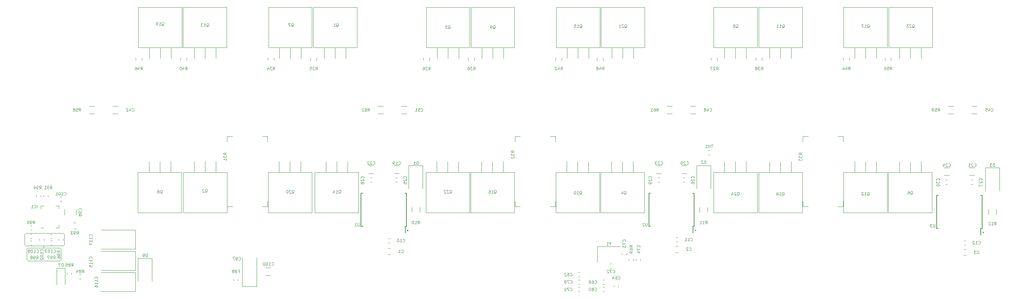
<source format=gbr>
G04 #@! TF.GenerationSoftware,KiCad,Pcbnew,(5.1.0)-1*
G04 #@! TF.CreationDate,2019-07-15T22:00:38+02:00*
G04 #@! TF.ProjectId,besc g2,62657363-2067-4322-9e6b-696361645f70,Init*
G04 #@! TF.SameCoordinates,Original*
G04 #@! TF.FileFunction,Legend,Bot*
G04 #@! TF.FilePolarity,Positive*
%FSLAX46Y46*%
G04 Gerber Fmt 4.6, Leading zero omitted, Abs format (unit mm)*
G04 Created by KiCad (PCBNEW (5.1.0)-1) date 2019-07-15 22:00:38*
%MOMM*%
%LPD*%
G04 APERTURE LIST*
%ADD10C,0.120000*%
%ADD11C,0.150000*%
G04 APERTURE END LIST*
D10*
X37050000Y-116900000D02*
X37050000Y-116400000D01*
X32800000Y-116400000D02*
X41550000Y-116400000D01*
X32550000Y-116150000D02*
X32800000Y-116400000D01*
X32550000Y-113650000D02*
X32550000Y-116150000D01*
X32800000Y-113400000D02*
X32550000Y-113650000D01*
X41550000Y-113400000D02*
X32800000Y-113400000D01*
X41800000Y-113650000D02*
X41550000Y-113400000D01*
X41800000Y-116150000D02*
X41800000Y-113650000D01*
X41550000Y-116400000D02*
X41800000Y-116150000D01*
X40800000Y-116900000D02*
X33300000Y-116900000D01*
X41050000Y-117150000D02*
X40800000Y-116900000D01*
X41050000Y-119650000D02*
X41050000Y-117150000D01*
X40800000Y-119900000D02*
X41050000Y-119650000D01*
X33300000Y-119900000D02*
X40800000Y-119900000D01*
X33050000Y-119650000D02*
X33300000Y-119900000D01*
X33050000Y-117150000D02*
X33050000Y-119650000D01*
X33300000Y-116900000D02*
X33050000Y-117150000D01*
X44016422Y-110990000D02*
X44533578Y-110990000D01*
X44016422Y-112410000D02*
X44533578Y-112410000D01*
X41940000Y-109052064D02*
X41940000Y-107847936D01*
X44660000Y-109052064D02*
X44660000Y-107847936D01*
X248962779Y-101910000D02*
X248637221Y-101910000D01*
X248962779Y-100890000D02*
X248637221Y-100890000D01*
X181462779Y-101410000D02*
X181137221Y-101410000D01*
X181462779Y-100390000D02*
X181137221Y-100390000D01*
X113962779Y-101410000D02*
X113637221Y-101410000D01*
X113962779Y-100390000D02*
X113637221Y-100390000D01*
X254962779Y-101910000D02*
X254637221Y-101910000D01*
X254962779Y-100890000D02*
X254637221Y-100890000D01*
X187312779Y-101410000D02*
X186987221Y-101410000D01*
X187312779Y-100390000D02*
X186987221Y-100390000D01*
X119862779Y-101410000D02*
X119537221Y-101410000D01*
X119862779Y-100390000D02*
X119537221Y-100390000D01*
X253308578Y-118610000D02*
X252791422Y-118610000D01*
X253308578Y-117190000D02*
X252791422Y-117190000D01*
X185808578Y-117860000D02*
X185291422Y-117860000D01*
X185808578Y-116440000D02*
X185291422Y-116440000D01*
X118308578Y-118360000D02*
X117791422Y-118360000D01*
X118308578Y-116940000D02*
X117791422Y-116940000D01*
X185712779Y-115410000D02*
X185387221Y-115410000D01*
X185712779Y-114390000D02*
X185387221Y-114390000D01*
X253212779Y-116160000D02*
X252887221Y-116160000D01*
X253212779Y-115140000D02*
X252887221Y-115140000D01*
X118212779Y-115660000D02*
X117887221Y-115660000D01*
X118212779Y-114640000D02*
X117887221Y-114640000D01*
X89550000Y-90650000D02*
X88300000Y-90650000D01*
X89550000Y-90650000D02*
X89550000Y-91900000D01*
X80050000Y-90650000D02*
X80050000Y-91900000D01*
X80050000Y-90650000D02*
X81300000Y-90650000D01*
X80050000Y-107150000D02*
X81300000Y-107150000D01*
X80050000Y-107150000D02*
X80050000Y-105900000D01*
X89550000Y-107150000D02*
X88300000Y-107150000D01*
X89550000Y-107150000D02*
X89550000Y-105900000D01*
X157050000Y-90650000D02*
X155800000Y-90650000D01*
X157050000Y-90650000D02*
X157050000Y-91900000D01*
X147550000Y-90650000D02*
X147550000Y-91900000D01*
X147550000Y-90650000D02*
X148800000Y-90650000D01*
X147550000Y-107150000D02*
X148800000Y-107150000D01*
X147550000Y-107150000D02*
X147550000Y-105900000D01*
X157050000Y-107150000D02*
X155800000Y-107150000D01*
X157050000Y-107150000D02*
X157050000Y-105900000D01*
X224550000Y-90650000D02*
X223300000Y-90650000D01*
X224550000Y-90650000D02*
X224550000Y-91900000D01*
X215050000Y-90650000D02*
X215050000Y-91900000D01*
X215050000Y-90650000D02*
X216300000Y-90650000D01*
X215050000Y-107150000D02*
X216300000Y-107150000D01*
X215050000Y-107150000D02*
X215050000Y-105900000D01*
X224550000Y-107150000D02*
X223300000Y-107150000D01*
X224550000Y-107150000D02*
X224550000Y-105900000D01*
X166900000Y-116550000D02*
X172200000Y-116550000D01*
X166900000Y-120250000D02*
X166900000Y-116550000D01*
X177880000Y-99090000D02*
X167640000Y-99090000D01*
X177880000Y-108580000D02*
X167640000Y-108580000D01*
X177880000Y-99090000D02*
X177880000Y-108580000D01*
X167640000Y-99090000D02*
X167640000Y-108580000D01*
X175300000Y-96550000D02*
X175300000Y-99090000D01*
X172760000Y-96550000D02*
X172760000Y-99090000D01*
X170220000Y-96550000D02*
X170220000Y-99090000D01*
X204380000Y-99090000D02*
X194140000Y-99090000D01*
X204380000Y-108580000D02*
X194140000Y-108580000D01*
X204380000Y-99090000D02*
X204380000Y-108580000D01*
X194140000Y-99090000D02*
X194140000Y-108580000D01*
X201800000Y-96550000D02*
X201800000Y-99090000D01*
X199260000Y-96550000D02*
X199260000Y-99090000D01*
X196720000Y-96550000D02*
X196720000Y-99090000D01*
X235220000Y-69710000D02*
X245460000Y-69710000D01*
X235220000Y-60220000D02*
X245460000Y-60220000D01*
X235220000Y-69710000D02*
X235220000Y-60220000D01*
X245460000Y-69710000D02*
X245460000Y-60220000D01*
X237800000Y-72250000D02*
X237800000Y-69710000D01*
X240340000Y-72250000D02*
X240340000Y-69710000D01*
X242880000Y-72250000D02*
X242880000Y-69710000D01*
X136880000Y-99090000D02*
X126640000Y-99090000D01*
X136880000Y-108580000D02*
X126640000Y-108580000D01*
X136880000Y-99090000D02*
X136880000Y-108580000D01*
X126640000Y-99090000D02*
X126640000Y-108580000D01*
X134300000Y-96550000D02*
X134300000Y-99090000D01*
X131760000Y-96550000D02*
X131760000Y-99090000D01*
X129220000Y-96550000D02*
X129220000Y-99090000D01*
X167720000Y-69710000D02*
X177960000Y-69710000D01*
X167720000Y-60220000D02*
X177960000Y-60220000D01*
X167720000Y-69710000D02*
X167720000Y-60220000D01*
X177960000Y-69710000D02*
X177960000Y-60220000D01*
X170300000Y-72250000D02*
X170300000Y-69710000D01*
X172840000Y-72250000D02*
X172840000Y-69710000D01*
X175380000Y-72250000D02*
X175380000Y-69710000D01*
X99880000Y-99090000D02*
X89640000Y-99090000D01*
X99880000Y-108580000D02*
X89640000Y-108580000D01*
X99880000Y-99090000D02*
X99880000Y-108580000D01*
X89640000Y-99090000D02*
X89640000Y-108580000D01*
X97300000Y-96550000D02*
X97300000Y-99090000D01*
X94760000Y-96550000D02*
X94760000Y-99090000D01*
X92220000Y-96550000D02*
X92220000Y-99090000D01*
X59220000Y-69710000D02*
X69460000Y-69710000D01*
X59220000Y-60220000D02*
X69460000Y-60220000D01*
X59220000Y-69710000D02*
X59220000Y-60220000D01*
X69460000Y-69710000D02*
X69460000Y-60220000D01*
X61800000Y-72250000D02*
X61800000Y-69710000D01*
X64340000Y-72250000D02*
X64340000Y-69710000D01*
X66880000Y-72250000D02*
X66880000Y-69710000D01*
X214960000Y-99090000D02*
X204720000Y-99090000D01*
X214960000Y-108580000D02*
X204720000Y-108580000D01*
X214960000Y-99090000D02*
X214960000Y-108580000D01*
X204720000Y-99090000D02*
X204720000Y-108580000D01*
X212380000Y-96550000D02*
X212380000Y-99090000D01*
X209840000Y-96550000D02*
X209840000Y-99090000D01*
X207300000Y-96550000D02*
X207300000Y-99090000D01*
X224640000Y-69710000D02*
X234880000Y-69710000D01*
X224640000Y-60220000D02*
X234880000Y-60220000D01*
X224640000Y-69710000D02*
X224640000Y-60220000D01*
X234880000Y-69710000D02*
X234880000Y-60220000D01*
X227220000Y-72250000D02*
X227220000Y-69710000D01*
X229760000Y-72250000D02*
X229760000Y-69710000D01*
X232300000Y-72250000D02*
X232300000Y-69710000D01*
X147380000Y-99090000D02*
X137140000Y-99090000D01*
X147380000Y-108580000D02*
X137140000Y-108580000D01*
X147380000Y-99090000D02*
X147380000Y-108580000D01*
X137140000Y-99090000D02*
X137140000Y-108580000D01*
X144800000Y-96550000D02*
X144800000Y-99090000D01*
X142260000Y-96550000D02*
X142260000Y-99090000D01*
X139720000Y-96550000D02*
X139720000Y-99090000D01*
X157220000Y-69710000D02*
X167460000Y-69710000D01*
X157220000Y-60220000D02*
X167460000Y-60220000D01*
X157220000Y-69710000D02*
X157220000Y-60220000D01*
X167460000Y-69710000D02*
X167460000Y-60220000D01*
X159800000Y-72250000D02*
X159800000Y-69710000D01*
X162340000Y-72250000D02*
X162340000Y-69710000D01*
X164880000Y-72250000D02*
X164880000Y-69710000D01*
X110880000Y-99090000D02*
X100640000Y-99090000D01*
X110880000Y-108580000D02*
X100640000Y-108580000D01*
X110880000Y-99090000D02*
X110880000Y-108580000D01*
X100640000Y-99090000D02*
X100640000Y-108580000D01*
X108300000Y-96550000D02*
X108300000Y-99090000D01*
X105760000Y-96550000D02*
X105760000Y-99090000D01*
X103220000Y-96550000D02*
X103220000Y-99090000D01*
X69720000Y-69710000D02*
X79960000Y-69710000D01*
X69720000Y-60220000D02*
X79960000Y-60220000D01*
X69720000Y-69710000D02*
X69720000Y-60220000D01*
X79960000Y-69710000D02*
X79960000Y-60220000D01*
X72300000Y-72250000D02*
X72300000Y-69710000D01*
X74840000Y-72250000D02*
X74840000Y-69710000D01*
X77380000Y-72250000D02*
X77380000Y-69710000D01*
X234880000Y-99090000D02*
X224640000Y-99090000D01*
X234880000Y-108580000D02*
X224640000Y-108580000D01*
X234880000Y-99090000D02*
X234880000Y-108580000D01*
X224640000Y-99090000D02*
X224640000Y-108580000D01*
X232300000Y-96550000D02*
X232300000Y-99090000D01*
X229760000Y-96550000D02*
X229760000Y-99090000D01*
X227220000Y-96550000D02*
X227220000Y-99090000D01*
X204720000Y-69710000D02*
X214960000Y-69710000D01*
X204720000Y-60220000D02*
X214960000Y-60220000D01*
X204720000Y-69710000D02*
X204720000Y-60220000D01*
X214960000Y-69710000D02*
X214960000Y-60220000D01*
X207300000Y-72250000D02*
X207300000Y-69710000D01*
X209840000Y-72250000D02*
X209840000Y-69710000D01*
X212380000Y-72250000D02*
X212380000Y-69710000D01*
X167380000Y-99090000D02*
X157140000Y-99090000D01*
X167380000Y-108580000D02*
X157140000Y-108580000D01*
X167380000Y-99090000D02*
X167380000Y-108580000D01*
X157140000Y-99090000D02*
X157140000Y-108580000D01*
X164800000Y-96550000D02*
X164800000Y-99090000D01*
X162260000Y-96550000D02*
X162260000Y-99090000D01*
X159720000Y-96550000D02*
X159720000Y-99090000D01*
X137220000Y-69710000D02*
X147460000Y-69710000D01*
X137220000Y-60220000D02*
X147460000Y-60220000D01*
X137220000Y-69710000D02*
X137220000Y-60220000D01*
X147460000Y-69710000D02*
X147460000Y-60220000D01*
X139800000Y-72250000D02*
X139800000Y-69710000D01*
X142340000Y-72250000D02*
X142340000Y-69710000D01*
X144880000Y-72250000D02*
X144880000Y-69710000D01*
X69380000Y-99090000D02*
X59140000Y-99090000D01*
X69380000Y-108580000D02*
X59140000Y-108580000D01*
X69380000Y-99090000D02*
X69380000Y-108580000D01*
X59140000Y-99090000D02*
X59140000Y-108580000D01*
X66800000Y-96550000D02*
X66800000Y-99090000D01*
X64260000Y-96550000D02*
X64260000Y-99090000D01*
X61720000Y-96550000D02*
X61720000Y-99090000D01*
X89720000Y-69710000D02*
X99960000Y-69710000D01*
X89720000Y-60220000D02*
X99960000Y-60220000D01*
X89720000Y-69710000D02*
X89720000Y-60220000D01*
X99960000Y-69710000D02*
X99960000Y-60220000D01*
X92300000Y-72250000D02*
X92300000Y-69710000D01*
X94840000Y-72250000D02*
X94840000Y-69710000D01*
X97380000Y-72250000D02*
X97380000Y-69710000D01*
X245380000Y-99090000D02*
X235140000Y-99090000D01*
X245380000Y-108580000D02*
X235140000Y-108580000D01*
X245380000Y-99090000D02*
X245380000Y-108580000D01*
X235140000Y-99090000D02*
X235140000Y-108580000D01*
X242800000Y-96550000D02*
X242800000Y-99090000D01*
X240260000Y-96550000D02*
X240260000Y-99090000D01*
X237720000Y-96550000D02*
X237720000Y-99090000D01*
X194140000Y-69710000D02*
X204380000Y-69710000D01*
X194140000Y-60220000D02*
X204380000Y-60220000D01*
X194140000Y-69710000D02*
X194140000Y-60220000D01*
X204380000Y-69710000D02*
X204380000Y-60220000D01*
X196720000Y-72250000D02*
X196720000Y-69710000D01*
X199260000Y-72250000D02*
X199260000Y-69710000D01*
X201800000Y-72250000D02*
X201800000Y-69710000D01*
X126720000Y-69710000D02*
X136960000Y-69710000D01*
X126720000Y-60220000D02*
X136960000Y-60220000D01*
X126720000Y-69710000D02*
X126720000Y-60220000D01*
X136960000Y-69710000D02*
X136960000Y-60220000D01*
X129300000Y-72250000D02*
X129300000Y-69710000D01*
X131840000Y-72250000D02*
X131840000Y-69710000D01*
X134380000Y-72250000D02*
X134380000Y-69710000D01*
X79990000Y-99090000D02*
X69750000Y-99090000D01*
X79990000Y-108580000D02*
X69750000Y-108580000D01*
X79990000Y-99090000D02*
X79990000Y-108580000D01*
X69750000Y-99090000D02*
X69750000Y-108580000D01*
X77410000Y-96550000D02*
X77410000Y-99090000D01*
X74870000Y-96550000D02*
X74870000Y-99090000D01*
X72330000Y-96550000D02*
X72330000Y-99090000D01*
X100250000Y-69710000D02*
X110490000Y-69710000D01*
X100250000Y-60220000D02*
X110490000Y-60220000D01*
X100250000Y-69710000D02*
X100250000Y-60220000D01*
X110490000Y-69710000D02*
X110490000Y-60220000D01*
X102830000Y-72250000D02*
X102830000Y-69710000D01*
X105370000Y-72250000D02*
X105370000Y-69710000D01*
X107910000Y-72250000D02*
X107910000Y-69710000D01*
X193212779Y-94910000D02*
X192887221Y-94910000D01*
X193212779Y-93890000D02*
X192887221Y-93890000D01*
X40050000Y-121650000D02*
X40050000Y-125550000D01*
X42050000Y-121650000D02*
X42050000Y-125550000D01*
X40050000Y-121650000D02*
X42050000Y-121650000D01*
X89072936Y-121490000D02*
X90277064Y-121490000D01*
X89072936Y-123310000D02*
X90277064Y-123310000D01*
X59150000Y-119350000D02*
X59150000Y-124750000D01*
X62450000Y-119350000D02*
X62450000Y-124750000D01*
X59150000Y-119350000D02*
X62450000Y-119350000D01*
X257900000Y-98000000D02*
X257900000Y-103400000D01*
X261200000Y-98000000D02*
X261200000Y-103400000D01*
X257900000Y-98000000D02*
X261200000Y-98000000D01*
X190150000Y-97500000D02*
X190150000Y-102900000D01*
X193450000Y-97500000D02*
X193450000Y-102900000D01*
X190150000Y-97500000D02*
X193450000Y-97500000D01*
X122650000Y-97500000D02*
X122650000Y-102900000D01*
X125950000Y-97500000D02*
X125950000Y-102900000D01*
X122650000Y-97500000D02*
X125950000Y-97500000D01*
X257420000Y-113310000D02*
X257410000Y-113240000D01*
X257430000Y-113260000D02*
G75*
G03X257430000Y-113260000I-10000J0D01*
G01*
X257506023Y-113260000D02*
G75*
G03X257506023Y-113260000I-86023J0D01*
G01*
X257581245Y-113260000D02*
G75*
G03X257581245Y-113260000I-161245J0D01*
G01*
D11*
X256850000Y-112275000D02*
X256850000Y-113800000D01*
X246475000Y-112275000D02*
X246475000Y-104525000D01*
X257125000Y-112275000D02*
X257125000Y-104525000D01*
X246475000Y-112275000D02*
X246830000Y-112275000D01*
X246475000Y-104525000D02*
X246830000Y-104525000D01*
X257125000Y-104525000D02*
X256770000Y-104525000D01*
X257125000Y-112275000D02*
X256850000Y-112275000D01*
D10*
X189920000Y-112810000D02*
X189910000Y-112740000D01*
X189930000Y-112760000D02*
G75*
G03X189930000Y-112760000I-10000J0D01*
G01*
X190006023Y-112760000D02*
G75*
G03X190006023Y-112760000I-86023J0D01*
G01*
X190081245Y-112760000D02*
G75*
G03X190081245Y-112760000I-161245J0D01*
G01*
D11*
X189350000Y-111775000D02*
X189350000Y-113300000D01*
X178975000Y-111775000D02*
X178975000Y-104025000D01*
X189625000Y-111775000D02*
X189625000Y-104025000D01*
X178975000Y-111775000D02*
X179330000Y-111775000D01*
X178975000Y-104025000D02*
X179330000Y-104025000D01*
X189625000Y-104025000D02*
X189270000Y-104025000D01*
X189625000Y-111775000D02*
X189350000Y-111775000D01*
D10*
X122420000Y-112810000D02*
X122410000Y-112740000D01*
X122430000Y-112760000D02*
G75*
G03X122430000Y-112760000I-10000J0D01*
G01*
X122506023Y-112760000D02*
G75*
G03X122506023Y-112760000I-86023J0D01*
G01*
X122581245Y-112760000D02*
G75*
G03X122581245Y-112760000I-161245J0D01*
G01*
D11*
X121850000Y-111775000D02*
X121850000Y-113300000D01*
X111475000Y-111775000D02*
X111475000Y-104025000D01*
X122125000Y-111775000D02*
X122125000Y-104025000D01*
X111475000Y-111775000D02*
X111830000Y-111775000D01*
X111475000Y-104025000D02*
X111830000Y-104025000D01*
X122125000Y-104025000D02*
X121770000Y-104025000D01*
X122125000Y-111775000D02*
X121850000Y-111775000D01*
D10*
X38962779Y-116160000D02*
X38637221Y-116160000D01*
X38962779Y-115140000D02*
X38637221Y-115140000D01*
X41560000Y-114737221D02*
X41560000Y-115062779D01*
X40540000Y-114737221D02*
X40540000Y-115062779D01*
X38962779Y-114660000D02*
X38637221Y-114660000D01*
X38962779Y-113640000D02*
X38637221Y-113640000D01*
X115447936Y-83490000D02*
X116652064Y-83490000D01*
X115447936Y-85310000D02*
X116652064Y-85310000D01*
X183197936Y-83490000D02*
X184402064Y-83490000D01*
X183197936Y-85310000D02*
X184402064Y-85310000D01*
X249197936Y-83490000D02*
X250402064Y-83490000D01*
X249197936Y-85310000D02*
X250402064Y-85310000D01*
X47697936Y-83490000D02*
X48902064Y-83490000D01*
X47697936Y-85310000D02*
X48902064Y-85310000D01*
X34212779Y-112660000D02*
X33887221Y-112660000D01*
X34212779Y-111640000D02*
X33887221Y-111640000D01*
X33887221Y-115140000D02*
X34212779Y-115140000D01*
X33887221Y-116160000D02*
X34212779Y-116160000D01*
X35290000Y-104812779D02*
X35290000Y-104487221D01*
X36310000Y-104812779D02*
X36310000Y-104487221D01*
X37040000Y-104812779D02*
X37040000Y-104487221D01*
X38060000Y-104812779D02*
X38060000Y-104487221D01*
X37035000Y-112150000D02*
X36310000Y-112150000D01*
X40530000Y-106930000D02*
X40530000Y-107655000D01*
X39805000Y-106930000D02*
X40530000Y-106930000D01*
X36310000Y-106930000D02*
X36310000Y-107655000D01*
X37035000Y-106930000D02*
X36310000Y-106930000D01*
X40530000Y-112150000D02*
X40530000Y-111425000D01*
X39805000Y-112150000D02*
X40530000Y-112150000D01*
X58560000Y-117160000D02*
X50500000Y-117160000D01*
X58560000Y-112640000D02*
X58560000Y-117160000D01*
X50500000Y-112640000D02*
X58560000Y-112640000D01*
X58560000Y-127160000D02*
X50500000Y-127160000D01*
X58560000Y-122640000D02*
X58560000Y-127160000D01*
X50500000Y-122640000D02*
X58560000Y-122640000D01*
X58560000Y-122160000D02*
X50500000Y-122160000D01*
X58560000Y-117640000D02*
X58560000Y-122160000D01*
X50500000Y-117640000D02*
X58560000Y-117640000D01*
X33887221Y-113640000D02*
X34212779Y-113640000D01*
X33887221Y-114660000D02*
X34212779Y-114660000D01*
X37060000Y-114737221D02*
X37060000Y-115062779D01*
X36040000Y-114737221D02*
X36040000Y-115062779D01*
X40887221Y-104890000D02*
X41212779Y-104890000D01*
X40887221Y-105910000D02*
X41212779Y-105910000D01*
X42540000Y-123062779D02*
X42540000Y-122737221D01*
X43560000Y-123062779D02*
X43560000Y-122737221D01*
X45712779Y-124160000D02*
X45387221Y-124160000D01*
X45712779Y-123140000D02*
X45387221Y-123140000D01*
X260460000Y-107797936D02*
X260460000Y-109002064D01*
X258640000Y-107797936D02*
X258640000Y-109002064D01*
X192710000Y-107297936D02*
X192710000Y-108502064D01*
X190890000Y-107297936D02*
X190890000Y-108502064D01*
X249402064Y-99810000D02*
X248197936Y-99810000D01*
X249402064Y-97990000D02*
X248197936Y-97990000D01*
X181902064Y-99310000D02*
X180697936Y-99310000D01*
X181902064Y-97490000D02*
X180697936Y-97490000D01*
X255402064Y-99810000D02*
X254197936Y-99810000D01*
X255402064Y-97990000D02*
X254197936Y-97990000D01*
X187902064Y-99310000D02*
X186697936Y-99310000D01*
X187902064Y-97490000D02*
X186697936Y-97490000D01*
X120402064Y-99310000D02*
X119197936Y-99310000D01*
X120402064Y-97490000D02*
X119197936Y-97490000D01*
X114402064Y-99310000D02*
X113197936Y-99310000D01*
X114402064Y-97490000D02*
X113197936Y-97490000D01*
X54402064Y-85310000D02*
X53197936Y-85310000D01*
X54402064Y-83490000D02*
X53197936Y-83490000D01*
X255902064Y-85310000D02*
X254697936Y-85310000D01*
X255902064Y-83490000D02*
X254697936Y-83490000D01*
X189902064Y-85310000D02*
X188697936Y-85310000D01*
X189902064Y-83490000D02*
X188697936Y-83490000D01*
X162387221Y-122640000D02*
X162712779Y-122640000D01*
X162387221Y-123660000D02*
X162712779Y-123660000D01*
X171830000Y-125727221D02*
X171830000Y-126052779D01*
X170810000Y-125727221D02*
X170810000Y-126052779D01*
X168462779Y-125410000D02*
X168137221Y-125410000D01*
X168462779Y-124390000D02*
X168137221Y-124390000D01*
X162387221Y-126140000D02*
X162712779Y-126140000D01*
X162387221Y-127160000D02*
X162712779Y-127160000D01*
X170212779Y-121660000D02*
X169887221Y-121660000D01*
X170212779Y-120640000D02*
X169887221Y-120640000D01*
X172690000Y-118462779D02*
X172690000Y-118137221D01*
X173710000Y-118462779D02*
X173710000Y-118137221D01*
X175920000Y-119812779D02*
X175920000Y-119487221D01*
X176940000Y-119812779D02*
X176940000Y-119487221D01*
X162387221Y-124390000D02*
X162712779Y-124390000D01*
X162387221Y-125410000D02*
X162712779Y-125410000D01*
X168462779Y-127160000D02*
X168137221Y-127160000D01*
X168462779Y-126140000D02*
X168137221Y-126140000D01*
X81540000Y-124562779D02*
X81540000Y-124237221D01*
X82560000Y-124562779D02*
X82560000Y-124237221D01*
X125210000Y-107297936D02*
X125210000Y-108502064D01*
X123390000Y-107297936D02*
X123390000Y-108502064D01*
X101010000Y-72203922D02*
X101010000Y-72721078D01*
X99590000Y-72203922D02*
X99590000Y-72721078D01*
X127510000Y-72141422D02*
X127510000Y-72658578D01*
X126090000Y-72141422D02*
X126090000Y-72658578D01*
X195010000Y-72141422D02*
X195010000Y-72658578D01*
X193590000Y-72141422D02*
X193590000Y-72658578D01*
X91010000Y-72141422D02*
X91010000Y-72658578D01*
X89590000Y-72141422D02*
X89590000Y-72658578D01*
X138010000Y-72141422D02*
X138010000Y-72658578D01*
X136590000Y-72141422D02*
X136590000Y-72658578D01*
X205510000Y-72203922D02*
X205510000Y-72721078D01*
X204090000Y-72203922D02*
X204090000Y-72721078D01*
X70510000Y-72141422D02*
X70510000Y-72658578D01*
X69090000Y-72141422D02*
X69090000Y-72658578D01*
X158510000Y-72203922D02*
X158510000Y-72721078D01*
X157090000Y-72203922D02*
X157090000Y-72721078D01*
X226010000Y-72141422D02*
X226010000Y-72658578D01*
X224590000Y-72141422D02*
X224590000Y-72658578D01*
X60010000Y-72141422D02*
X60010000Y-72658578D01*
X58590000Y-72141422D02*
X58590000Y-72658578D01*
X168260000Y-72203922D02*
X168260000Y-72721078D01*
X166840000Y-72203922D02*
X166840000Y-72721078D01*
X235760000Y-72203922D02*
X235760000Y-72721078D01*
X234340000Y-72203922D02*
X234340000Y-72721078D01*
X174290000Y-119812779D02*
X174290000Y-119487221D01*
X175310000Y-119812779D02*
X175310000Y-119487221D01*
X122152064Y-85310000D02*
X120947936Y-85310000D01*
X122152064Y-83490000D02*
X120947936Y-83490000D01*
X83590000Y-125910000D02*
X83590000Y-119150000D01*
X87010000Y-125910000D02*
X83590000Y-125910000D01*
X87010000Y-119150000D02*
X87010000Y-125910000D01*
X44725000Y-113666666D02*
X44958333Y-113333333D01*
X45125000Y-113666666D02*
X45125000Y-112966666D01*
X44858333Y-112966666D01*
X44791666Y-113000000D01*
X44758333Y-113033333D01*
X44725000Y-113100000D01*
X44725000Y-113200000D01*
X44758333Y-113266666D01*
X44791666Y-113300000D01*
X44858333Y-113333333D01*
X45125000Y-113333333D01*
X44391666Y-113666666D02*
X44258333Y-113666666D01*
X44191666Y-113633333D01*
X44158333Y-113600000D01*
X44091666Y-113500000D01*
X44058333Y-113366666D01*
X44058333Y-113100000D01*
X44091666Y-113033333D01*
X44125000Y-113000000D01*
X44191666Y-112966666D01*
X44325000Y-112966666D01*
X44391666Y-113000000D01*
X44425000Y-113033333D01*
X44458333Y-113100000D01*
X44458333Y-113266666D01*
X44425000Y-113333333D01*
X44391666Y-113366666D01*
X44325000Y-113400000D01*
X44191666Y-113400000D01*
X44125000Y-113366666D01*
X44091666Y-113333333D01*
X44058333Y-113266666D01*
X43825000Y-112966666D02*
X43391666Y-112966666D01*
X43625000Y-113233333D01*
X43525000Y-113233333D01*
X43458333Y-113266666D01*
X43425000Y-113300000D01*
X43391666Y-113366666D01*
X43391666Y-113533333D01*
X43425000Y-113600000D01*
X43458333Y-113633333D01*
X43525000Y-113666666D01*
X43725000Y-113666666D01*
X43791666Y-113633333D01*
X43825000Y-113600000D01*
X45830000Y-108000000D02*
X45863333Y-107966666D01*
X45896666Y-107866666D01*
X45896666Y-107800000D01*
X45863333Y-107700000D01*
X45796666Y-107633333D01*
X45730000Y-107600000D01*
X45596666Y-107566666D01*
X45496666Y-107566666D01*
X45363333Y-107600000D01*
X45296666Y-107633333D01*
X45230000Y-107700000D01*
X45196666Y-107800000D01*
X45196666Y-107866666D01*
X45230000Y-107966666D01*
X45263333Y-108000000D01*
X45896666Y-108333333D02*
X45896666Y-108466666D01*
X45863333Y-108533333D01*
X45830000Y-108566666D01*
X45730000Y-108633333D01*
X45596666Y-108666666D01*
X45330000Y-108666666D01*
X45263333Y-108633333D01*
X45230000Y-108600000D01*
X45196666Y-108533333D01*
X45196666Y-108400000D01*
X45230000Y-108333333D01*
X45263333Y-108300000D01*
X45330000Y-108266666D01*
X45496666Y-108266666D01*
X45563333Y-108300000D01*
X45596666Y-108333333D01*
X45630000Y-108400000D01*
X45630000Y-108533333D01*
X45596666Y-108600000D01*
X45563333Y-108633333D01*
X45496666Y-108666666D01*
X45496666Y-109066666D02*
X45463333Y-109000000D01*
X45430000Y-108966666D01*
X45363333Y-108933333D01*
X45330000Y-108933333D01*
X45263333Y-108966666D01*
X45230000Y-109000000D01*
X45196666Y-109066666D01*
X45196666Y-109200000D01*
X45230000Y-109266666D01*
X45263333Y-109300000D01*
X45330000Y-109333333D01*
X45363333Y-109333333D01*
X45430000Y-109300000D01*
X45463333Y-109266666D01*
X45496666Y-109200000D01*
X45496666Y-109066666D01*
X45530000Y-109000000D01*
X45563333Y-108966666D01*
X45630000Y-108933333D01*
X45763333Y-108933333D01*
X45830000Y-108966666D01*
X45863333Y-109000000D01*
X45896666Y-109066666D01*
X45896666Y-109200000D01*
X45863333Y-109266666D01*
X45830000Y-109300000D01*
X45763333Y-109333333D01*
X45630000Y-109333333D01*
X45563333Y-109300000D01*
X45530000Y-109266666D01*
X45496666Y-109200000D01*
X247050000Y-100950000D02*
X247083333Y-100916666D01*
X247116666Y-100816666D01*
X247116666Y-100750000D01*
X247083333Y-100650000D01*
X247016666Y-100583333D01*
X246950000Y-100550000D01*
X246816666Y-100516666D01*
X246716666Y-100516666D01*
X246583333Y-100550000D01*
X246516666Y-100583333D01*
X246450000Y-100650000D01*
X246416666Y-100750000D01*
X246416666Y-100816666D01*
X246450000Y-100916666D01*
X246483333Y-100950000D01*
X246416666Y-101183333D02*
X246416666Y-101616666D01*
X246683333Y-101383333D01*
X246683333Y-101483333D01*
X246716666Y-101550000D01*
X246750000Y-101583333D01*
X246816666Y-101616666D01*
X246983333Y-101616666D01*
X247050000Y-101583333D01*
X247083333Y-101550000D01*
X247116666Y-101483333D01*
X247116666Y-101283333D01*
X247083333Y-101216666D01*
X247050000Y-101183333D01*
X246416666Y-102050000D02*
X246416666Y-102116666D01*
X246450000Y-102183333D01*
X246483333Y-102216666D01*
X246550000Y-102250000D01*
X246683333Y-102283333D01*
X246850000Y-102283333D01*
X246983333Y-102250000D01*
X247050000Y-102216666D01*
X247083333Y-102183333D01*
X247116666Y-102116666D01*
X247116666Y-102050000D01*
X247083333Y-101983333D01*
X247050000Y-101950000D01*
X246983333Y-101916666D01*
X246850000Y-101883333D01*
X246683333Y-101883333D01*
X246550000Y-101916666D01*
X246483333Y-101950000D01*
X246450000Y-101983333D01*
X246416666Y-102050000D01*
X179550000Y-100450000D02*
X179583333Y-100416666D01*
X179616666Y-100316666D01*
X179616666Y-100250000D01*
X179583333Y-100150000D01*
X179516666Y-100083333D01*
X179450000Y-100050000D01*
X179316666Y-100016666D01*
X179216666Y-100016666D01*
X179083333Y-100050000D01*
X179016666Y-100083333D01*
X178950000Y-100150000D01*
X178916666Y-100250000D01*
X178916666Y-100316666D01*
X178950000Y-100416666D01*
X178983333Y-100450000D01*
X178983333Y-100716666D02*
X178950000Y-100750000D01*
X178916666Y-100816666D01*
X178916666Y-100983333D01*
X178950000Y-101050000D01*
X178983333Y-101083333D01*
X179050000Y-101116666D01*
X179116666Y-101116666D01*
X179216666Y-101083333D01*
X179616666Y-100683333D01*
X179616666Y-101116666D01*
X179616666Y-101450000D02*
X179616666Y-101583333D01*
X179583333Y-101650000D01*
X179550000Y-101683333D01*
X179450000Y-101750000D01*
X179316666Y-101783333D01*
X179050000Y-101783333D01*
X178983333Y-101750000D01*
X178950000Y-101716666D01*
X178916666Y-101650000D01*
X178916666Y-101516666D01*
X178950000Y-101450000D01*
X178983333Y-101416666D01*
X179050000Y-101383333D01*
X179216666Y-101383333D01*
X179283333Y-101416666D01*
X179316666Y-101450000D01*
X179350000Y-101516666D01*
X179350000Y-101650000D01*
X179316666Y-101716666D01*
X179283333Y-101750000D01*
X179216666Y-101783333D01*
X112050000Y-100450000D02*
X112083333Y-100416666D01*
X112116666Y-100316666D01*
X112116666Y-100250000D01*
X112083333Y-100150000D01*
X112016666Y-100083333D01*
X111950000Y-100050000D01*
X111816666Y-100016666D01*
X111716666Y-100016666D01*
X111583333Y-100050000D01*
X111516666Y-100083333D01*
X111450000Y-100150000D01*
X111416666Y-100250000D01*
X111416666Y-100316666D01*
X111450000Y-100416666D01*
X111483333Y-100450000D01*
X111483333Y-100716666D02*
X111450000Y-100750000D01*
X111416666Y-100816666D01*
X111416666Y-100983333D01*
X111450000Y-101050000D01*
X111483333Y-101083333D01*
X111550000Y-101116666D01*
X111616666Y-101116666D01*
X111716666Y-101083333D01*
X112116666Y-100683333D01*
X112116666Y-101116666D01*
X111716666Y-101516666D02*
X111683333Y-101450000D01*
X111650000Y-101416666D01*
X111583333Y-101383333D01*
X111550000Y-101383333D01*
X111483333Y-101416666D01*
X111450000Y-101450000D01*
X111416666Y-101516666D01*
X111416666Y-101650000D01*
X111450000Y-101716666D01*
X111483333Y-101750000D01*
X111550000Y-101783333D01*
X111583333Y-101783333D01*
X111650000Y-101750000D01*
X111683333Y-101716666D01*
X111716666Y-101650000D01*
X111716666Y-101516666D01*
X111750000Y-101450000D01*
X111783333Y-101416666D01*
X111850000Y-101383333D01*
X111983333Y-101383333D01*
X112050000Y-101416666D01*
X112083333Y-101450000D01*
X112116666Y-101516666D01*
X112116666Y-101650000D01*
X112083333Y-101716666D01*
X112050000Y-101750000D01*
X111983333Y-101783333D01*
X111850000Y-101783333D01*
X111783333Y-101750000D01*
X111750000Y-101716666D01*
X111716666Y-101650000D01*
X257050000Y-100950000D02*
X257083333Y-100916666D01*
X257116666Y-100816666D01*
X257116666Y-100750000D01*
X257083333Y-100650000D01*
X257016666Y-100583333D01*
X256950000Y-100550000D01*
X256816666Y-100516666D01*
X256716666Y-100516666D01*
X256583333Y-100550000D01*
X256516666Y-100583333D01*
X256450000Y-100650000D01*
X256416666Y-100750000D01*
X256416666Y-100816666D01*
X256450000Y-100916666D01*
X256483333Y-100950000D01*
X256483333Y-101216666D02*
X256450000Y-101250000D01*
X256416666Y-101316666D01*
X256416666Y-101483333D01*
X256450000Y-101550000D01*
X256483333Y-101583333D01*
X256550000Y-101616666D01*
X256616666Y-101616666D01*
X256716666Y-101583333D01*
X257116666Y-101183333D01*
X257116666Y-101616666D01*
X256416666Y-101850000D02*
X256416666Y-102316666D01*
X257116666Y-102016666D01*
X189550000Y-100450000D02*
X189583333Y-100416666D01*
X189616666Y-100316666D01*
X189616666Y-100250000D01*
X189583333Y-100150000D01*
X189516666Y-100083333D01*
X189450000Y-100050000D01*
X189316666Y-100016666D01*
X189216666Y-100016666D01*
X189083333Y-100050000D01*
X189016666Y-100083333D01*
X188950000Y-100150000D01*
X188916666Y-100250000D01*
X188916666Y-100316666D01*
X188950000Y-100416666D01*
X188983333Y-100450000D01*
X188983333Y-100716666D02*
X188950000Y-100750000D01*
X188916666Y-100816666D01*
X188916666Y-100983333D01*
X188950000Y-101050000D01*
X188983333Y-101083333D01*
X189050000Y-101116666D01*
X189116666Y-101116666D01*
X189216666Y-101083333D01*
X189616666Y-100683333D01*
X189616666Y-101116666D01*
X188916666Y-101716666D02*
X188916666Y-101583333D01*
X188950000Y-101516666D01*
X188983333Y-101483333D01*
X189083333Y-101416666D01*
X189216666Y-101383333D01*
X189483333Y-101383333D01*
X189550000Y-101416666D01*
X189583333Y-101450000D01*
X189616666Y-101516666D01*
X189616666Y-101650000D01*
X189583333Y-101716666D01*
X189550000Y-101750000D01*
X189483333Y-101783333D01*
X189316666Y-101783333D01*
X189250000Y-101750000D01*
X189216666Y-101716666D01*
X189183333Y-101650000D01*
X189183333Y-101516666D01*
X189216666Y-101450000D01*
X189250000Y-101416666D01*
X189316666Y-101383333D01*
X122050000Y-100450000D02*
X122083333Y-100416666D01*
X122116666Y-100316666D01*
X122116666Y-100250000D01*
X122083333Y-100150000D01*
X122016666Y-100083333D01*
X121950000Y-100050000D01*
X121816666Y-100016666D01*
X121716666Y-100016666D01*
X121583333Y-100050000D01*
X121516666Y-100083333D01*
X121450000Y-100150000D01*
X121416666Y-100250000D01*
X121416666Y-100316666D01*
X121450000Y-100416666D01*
X121483333Y-100450000D01*
X121483333Y-100716666D02*
X121450000Y-100750000D01*
X121416666Y-100816666D01*
X121416666Y-100983333D01*
X121450000Y-101050000D01*
X121483333Y-101083333D01*
X121550000Y-101116666D01*
X121616666Y-101116666D01*
X121716666Y-101083333D01*
X122116666Y-100683333D01*
X122116666Y-101116666D01*
X121416666Y-101750000D02*
X121416666Y-101416666D01*
X121750000Y-101383333D01*
X121716666Y-101416666D01*
X121683333Y-101483333D01*
X121683333Y-101650000D01*
X121716666Y-101716666D01*
X121750000Y-101750000D01*
X121816666Y-101783333D01*
X121983333Y-101783333D01*
X122050000Y-101750000D01*
X122083333Y-101716666D01*
X122116666Y-101650000D01*
X122116666Y-101483333D01*
X122083333Y-101416666D01*
X122050000Y-101383333D01*
X255916666Y-118150000D02*
X255950000Y-118183333D01*
X256050000Y-118216666D01*
X256116666Y-118216666D01*
X256216666Y-118183333D01*
X256283333Y-118116666D01*
X256316666Y-118050000D01*
X256350000Y-117916666D01*
X256350000Y-117816666D01*
X256316666Y-117683333D01*
X256283333Y-117616666D01*
X256216666Y-117550000D01*
X256116666Y-117516666D01*
X256050000Y-117516666D01*
X255950000Y-117550000D01*
X255916666Y-117583333D01*
X255683333Y-117516666D02*
X255250000Y-117516666D01*
X255483333Y-117783333D01*
X255383333Y-117783333D01*
X255316666Y-117816666D01*
X255283333Y-117850000D01*
X255250000Y-117916666D01*
X255250000Y-118083333D01*
X255283333Y-118150000D01*
X255316666Y-118183333D01*
X255383333Y-118216666D01*
X255583333Y-118216666D01*
X255650000Y-118183333D01*
X255683333Y-118150000D01*
X188416666Y-117400000D02*
X188450000Y-117433333D01*
X188550000Y-117466666D01*
X188616666Y-117466666D01*
X188716666Y-117433333D01*
X188783333Y-117366666D01*
X188816666Y-117300000D01*
X188850000Y-117166666D01*
X188850000Y-117066666D01*
X188816666Y-116933333D01*
X188783333Y-116866666D01*
X188716666Y-116800000D01*
X188616666Y-116766666D01*
X188550000Y-116766666D01*
X188450000Y-116800000D01*
X188416666Y-116833333D01*
X188150000Y-116833333D02*
X188116666Y-116800000D01*
X188050000Y-116766666D01*
X187883333Y-116766666D01*
X187816666Y-116800000D01*
X187783333Y-116833333D01*
X187750000Y-116900000D01*
X187750000Y-116966666D01*
X187783333Y-117066666D01*
X188183333Y-117466666D01*
X187750000Y-117466666D01*
X120916666Y-117900000D02*
X120950000Y-117933333D01*
X121050000Y-117966666D01*
X121116666Y-117966666D01*
X121216666Y-117933333D01*
X121283333Y-117866666D01*
X121316666Y-117800000D01*
X121350000Y-117666666D01*
X121350000Y-117566666D01*
X121316666Y-117433333D01*
X121283333Y-117366666D01*
X121216666Y-117300000D01*
X121116666Y-117266666D01*
X121050000Y-117266666D01*
X120950000Y-117300000D01*
X120916666Y-117333333D01*
X120250000Y-117966666D02*
X120650000Y-117966666D01*
X120450000Y-117966666D02*
X120450000Y-117266666D01*
X120516666Y-117366666D01*
X120583333Y-117433333D01*
X120650000Y-117466666D01*
X188750000Y-115150000D02*
X188783333Y-115183333D01*
X188883333Y-115216666D01*
X188950000Y-115216666D01*
X189050000Y-115183333D01*
X189116666Y-115116666D01*
X189150000Y-115050000D01*
X189183333Y-114916666D01*
X189183333Y-114816666D01*
X189150000Y-114683333D01*
X189116666Y-114616666D01*
X189050000Y-114550000D01*
X188950000Y-114516666D01*
X188883333Y-114516666D01*
X188783333Y-114550000D01*
X188750000Y-114583333D01*
X188083333Y-115216666D02*
X188483333Y-115216666D01*
X188283333Y-115216666D02*
X188283333Y-114516666D01*
X188350000Y-114616666D01*
X188416666Y-114683333D01*
X188483333Y-114716666D01*
X187416666Y-115216666D02*
X187816666Y-115216666D01*
X187616666Y-115216666D02*
X187616666Y-114516666D01*
X187683333Y-114616666D01*
X187750000Y-114683333D01*
X187816666Y-114716666D01*
X256250000Y-115900000D02*
X256283333Y-115933333D01*
X256383333Y-115966666D01*
X256450000Y-115966666D01*
X256550000Y-115933333D01*
X256616666Y-115866666D01*
X256650000Y-115800000D01*
X256683333Y-115666666D01*
X256683333Y-115566666D01*
X256650000Y-115433333D01*
X256616666Y-115366666D01*
X256550000Y-115300000D01*
X256450000Y-115266666D01*
X256383333Y-115266666D01*
X256283333Y-115300000D01*
X256250000Y-115333333D01*
X255583333Y-115966666D02*
X255983333Y-115966666D01*
X255783333Y-115966666D02*
X255783333Y-115266666D01*
X255850000Y-115366666D01*
X255916666Y-115433333D01*
X255983333Y-115466666D01*
X255316666Y-115333333D02*
X255283333Y-115300000D01*
X255216666Y-115266666D01*
X255050000Y-115266666D01*
X254983333Y-115300000D01*
X254950000Y-115333333D01*
X254916666Y-115400000D01*
X254916666Y-115466666D01*
X254950000Y-115566666D01*
X255350000Y-115966666D01*
X254916666Y-115966666D01*
X121250000Y-115400000D02*
X121283333Y-115433333D01*
X121383333Y-115466666D01*
X121450000Y-115466666D01*
X121550000Y-115433333D01*
X121616666Y-115366666D01*
X121650000Y-115300000D01*
X121683333Y-115166666D01*
X121683333Y-115066666D01*
X121650000Y-114933333D01*
X121616666Y-114866666D01*
X121550000Y-114800000D01*
X121450000Y-114766666D01*
X121383333Y-114766666D01*
X121283333Y-114800000D01*
X121250000Y-114833333D01*
X120583333Y-115466666D02*
X120983333Y-115466666D01*
X120783333Y-115466666D02*
X120783333Y-114766666D01*
X120850000Y-114866666D01*
X120916666Y-114933333D01*
X120983333Y-114966666D01*
X120150000Y-114766666D02*
X120083333Y-114766666D01*
X120016666Y-114800000D01*
X119983333Y-114833333D01*
X119950000Y-114900000D01*
X119916666Y-115033333D01*
X119916666Y-115200000D01*
X119950000Y-115333333D01*
X119983333Y-115400000D01*
X120016666Y-115433333D01*
X120083333Y-115466666D01*
X120150000Y-115466666D01*
X120216666Y-115433333D01*
X120250000Y-115400000D01*
X120283333Y-115333333D01*
X120316666Y-115200000D01*
X120316666Y-115033333D01*
X120283333Y-114900000D01*
X120250000Y-114833333D01*
X120216666Y-114800000D01*
X120150000Y-114766666D01*
X79866666Y-94950000D02*
X79533333Y-94716666D01*
X79866666Y-94550000D02*
X79166666Y-94550000D01*
X79166666Y-94816666D01*
X79200000Y-94883333D01*
X79233333Y-94916666D01*
X79300000Y-94950000D01*
X79400000Y-94950000D01*
X79466666Y-94916666D01*
X79500000Y-94883333D01*
X79533333Y-94816666D01*
X79533333Y-94550000D01*
X79166666Y-95183333D02*
X79166666Y-95616666D01*
X79433333Y-95383333D01*
X79433333Y-95483333D01*
X79466666Y-95550000D01*
X79500000Y-95583333D01*
X79566666Y-95616666D01*
X79733333Y-95616666D01*
X79800000Y-95583333D01*
X79833333Y-95550000D01*
X79866666Y-95483333D01*
X79866666Y-95283333D01*
X79833333Y-95216666D01*
X79800000Y-95183333D01*
X79866666Y-96283333D02*
X79866666Y-95883333D01*
X79866666Y-96083333D02*
X79166666Y-96083333D01*
X79266666Y-96016666D01*
X79333333Y-95950000D01*
X79366666Y-95883333D01*
X147366666Y-94450000D02*
X147033333Y-94216666D01*
X147366666Y-94050000D02*
X146666666Y-94050000D01*
X146666666Y-94316666D01*
X146700000Y-94383333D01*
X146733333Y-94416666D01*
X146800000Y-94450000D01*
X146900000Y-94450000D01*
X146966666Y-94416666D01*
X147000000Y-94383333D01*
X147033333Y-94316666D01*
X147033333Y-94050000D01*
X146666666Y-94683333D02*
X146666666Y-95116666D01*
X146933333Y-94883333D01*
X146933333Y-94983333D01*
X146966666Y-95050000D01*
X147000000Y-95083333D01*
X147066666Y-95116666D01*
X147233333Y-95116666D01*
X147300000Y-95083333D01*
X147333333Y-95050000D01*
X147366666Y-94983333D01*
X147366666Y-94783333D01*
X147333333Y-94716666D01*
X147300000Y-94683333D01*
X146733333Y-95383333D02*
X146700000Y-95416666D01*
X146666666Y-95483333D01*
X146666666Y-95650000D01*
X146700000Y-95716666D01*
X146733333Y-95750000D01*
X146800000Y-95783333D01*
X146866666Y-95783333D01*
X146966666Y-95750000D01*
X147366666Y-95350000D01*
X147366666Y-95783333D01*
X214866666Y-94950000D02*
X214533333Y-94716666D01*
X214866666Y-94550000D02*
X214166666Y-94550000D01*
X214166666Y-94816666D01*
X214200000Y-94883333D01*
X214233333Y-94916666D01*
X214300000Y-94950000D01*
X214400000Y-94950000D01*
X214466666Y-94916666D01*
X214500000Y-94883333D01*
X214533333Y-94816666D01*
X214533333Y-94550000D01*
X214166666Y-95183333D02*
X214166666Y-95616666D01*
X214433333Y-95383333D01*
X214433333Y-95483333D01*
X214466666Y-95550000D01*
X214500000Y-95583333D01*
X214566666Y-95616666D01*
X214733333Y-95616666D01*
X214800000Y-95583333D01*
X214833333Y-95550000D01*
X214866666Y-95483333D01*
X214866666Y-95283333D01*
X214833333Y-95216666D01*
X214800000Y-95183333D01*
X214166666Y-95850000D02*
X214166666Y-96283333D01*
X214433333Y-96050000D01*
X214433333Y-96150000D01*
X214466666Y-96216666D01*
X214500000Y-96250000D01*
X214566666Y-96283333D01*
X214733333Y-96283333D01*
X214800000Y-96250000D01*
X214833333Y-96216666D01*
X214866666Y-96150000D01*
X214866666Y-95950000D01*
X214833333Y-95883333D01*
X214800000Y-95850000D01*
X169883333Y-115883333D02*
X169883333Y-116216666D01*
X170116666Y-115516666D02*
X169883333Y-115883333D01*
X169650000Y-115516666D01*
X169050000Y-116216666D02*
X169450000Y-116216666D01*
X169250000Y-116216666D02*
X169250000Y-115516666D01*
X169316666Y-115616666D01*
X169383333Y-115683333D01*
X169450000Y-115716666D01*
X173116666Y-104283333D02*
X173183333Y-104250000D01*
X173250000Y-104183333D01*
X173350000Y-104083333D01*
X173416666Y-104050000D01*
X173483333Y-104050000D01*
X173450000Y-104216666D02*
X173516666Y-104183333D01*
X173583333Y-104116666D01*
X173616666Y-103983333D01*
X173616666Y-103750000D01*
X173583333Y-103616666D01*
X173516666Y-103550000D01*
X173450000Y-103516666D01*
X173316666Y-103516666D01*
X173250000Y-103550000D01*
X173183333Y-103616666D01*
X173150000Y-103750000D01*
X173150000Y-103983333D01*
X173183333Y-104116666D01*
X173250000Y-104183333D01*
X173316666Y-104216666D01*
X173450000Y-104216666D01*
X172550000Y-103750000D02*
X172550000Y-104216666D01*
X172716666Y-103483333D02*
X172883333Y-103983333D01*
X172450000Y-103983333D01*
X199660000Y-104533333D02*
X199726666Y-104500000D01*
X199793333Y-104433333D01*
X199893333Y-104333333D01*
X199960000Y-104300000D01*
X200026666Y-104300000D01*
X199993333Y-104466666D02*
X200060000Y-104433333D01*
X200126666Y-104366666D01*
X200160000Y-104233333D01*
X200160000Y-104000000D01*
X200126666Y-103866666D01*
X200060000Y-103800000D01*
X199993333Y-103766666D01*
X199860000Y-103766666D01*
X199793333Y-103800000D01*
X199726666Y-103866666D01*
X199693333Y-104000000D01*
X199693333Y-104233333D01*
X199726666Y-104366666D01*
X199793333Y-104433333D01*
X199860000Y-104466666D01*
X199993333Y-104466666D01*
X199426666Y-103833333D02*
X199393333Y-103800000D01*
X199326666Y-103766666D01*
X199160000Y-103766666D01*
X199093333Y-103800000D01*
X199060000Y-103833333D01*
X199026666Y-103900000D01*
X199026666Y-103966666D01*
X199060000Y-104066666D01*
X199460000Y-104466666D01*
X199026666Y-104466666D01*
X198426666Y-104000000D02*
X198426666Y-104466666D01*
X198593333Y-103733333D02*
X198760000Y-104233333D01*
X198326666Y-104233333D01*
X240740000Y-65033333D02*
X240806666Y-65000000D01*
X240873333Y-64933333D01*
X240973333Y-64833333D01*
X241040000Y-64800000D01*
X241106666Y-64800000D01*
X241073333Y-64966666D02*
X241140000Y-64933333D01*
X241206666Y-64866666D01*
X241240000Y-64733333D01*
X241240000Y-64500000D01*
X241206666Y-64366666D01*
X241140000Y-64300000D01*
X241073333Y-64266666D01*
X240940000Y-64266666D01*
X240873333Y-64300000D01*
X240806666Y-64366666D01*
X240773333Y-64500000D01*
X240773333Y-64733333D01*
X240806666Y-64866666D01*
X240873333Y-64933333D01*
X240940000Y-64966666D01*
X241073333Y-64966666D01*
X240506666Y-64333333D02*
X240473333Y-64300000D01*
X240406666Y-64266666D01*
X240240000Y-64266666D01*
X240173333Y-64300000D01*
X240140000Y-64333333D01*
X240106666Y-64400000D01*
X240106666Y-64466666D01*
X240140000Y-64566666D01*
X240540000Y-64966666D01*
X240106666Y-64966666D01*
X239873333Y-64266666D02*
X239440000Y-64266666D01*
X239673333Y-64533333D01*
X239573333Y-64533333D01*
X239506666Y-64566666D01*
X239473333Y-64600000D01*
X239440000Y-64666666D01*
X239440000Y-64833333D01*
X239473333Y-64900000D01*
X239506666Y-64933333D01*
X239573333Y-64966666D01*
X239773333Y-64966666D01*
X239840000Y-64933333D01*
X239873333Y-64900000D01*
X132200000Y-104033333D02*
X132266666Y-104000000D01*
X132333333Y-103933333D01*
X132433333Y-103833333D01*
X132500000Y-103800000D01*
X132566666Y-103800000D01*
X132533333Y-103966666D02*
X132600000Y-103933333D01*
X132666666Y-103866666D01*
X132700000Y-103733333D01*
X132700000Y-103500000D01*
X132666666Y-103366666D01*
X132600000Y-103300000D01*
X132533333Y-103266666D01*
X132400000Y-103266666D01*
X132333333Y-103300000D01*
X132266666Y-103366666D01*
X132233333Y-103500000D01*
X132233333Y-103733333D01*
X132266666Y-103866666D01*
X132333333Y-103933333D01*
X132400000Y-103966666D01*
X132533333Y-103966666D01*
X131966666Y-103333333D02*
X131933333Y-103300000D01*
X131866666Y-103266666D01*
X131700000Y-103266666D01*
X131633333Y-103300000D01*
X131600000Y-103333333D01*
X131566666Y-103400000D01*
X131566666Y-103466666D01*
X131600000Y-103566666D01*
X132000000Y-103966666D01*
X131566666Y-103966666D01*
X131300000Y-103333333D02*
X131266666Y-103300000D01*
X131200000Y-103266666D01*
X131033333Y-103266666D01*
X130966666Y-103300000D01*
X130933333Y-103333333D01*
X130900000Y-103400000D01*
X130900000Y-103466666D01*
X130933333Y-103566666D01*
X131333333Y-103966666D01*
X130900000Y-103966666D01*
X173240000Y-65033333D02*
X173306666Y-65000000D01*
X173373333Y-64933333D01*
X173473333Y-64833333D01*
X173540000Y-64800000D01*
X173606666Y-64800000D01*
X173573333Y-64966666D02*
X173640000Y-64933333D01*
X173706666Y-64866666D01*
X173740000Y-64733333D01*
X173740000Y-64500000D01*
X173706666Y-64366666D01*
X173640000Y-64300000D01*
X173573333Y-64266666D01*
X173440000Y-64266666D01*
X173373333Y-64300000D01*
X173306666Y-64366666D01*
X173273333Y-64500000D01*
X173273333Y-64733333D01*
X173306666Y-64866666D01*
X173373333Y-64933333D01*
X173440000Y-64966666D01*
X173573333Y-64966666D01*
X173006666Y-64333333D02*
X172973333Y-64300000D01*
X172906666Y-64266666D01*
X172740000Y-64266666D01*
X172673333Y-64300000D01*
X172640000Y-64333333D01*
X172606666Y-64400000D01*
X172606666Y-64466666D01*
X172640000Y-64566666D01*
X173040000Y-64966666D01*
X172606666Y-64966666D01*
X171940000Y-64966666D02*
X172340000Y-64966666D01*
X172140000Y-64966666D02*
X172140000Y-64266666D01*
X172206666Y-64366666D01*
X172273333Y-64433333D01*
X172340000Y-64466666D01*
X95200000Y-104033333D02*
X95266666Y-104000000D01*
X95333333Y-103933333D01*
X95433333Y-103833333D01*
X95500000Y-103800000D01*
X95566666Y-103800000D01*
X95533333Y-103966666D02*
X95600000Y-103933333D01*
X95666666Y-103866666D01*
X95700000Y-103733333D01*
X95700000Y-103500000D01*
X95666666Y-103366666D01*
X95600000Y-103300000D01*
X95533333Y-103266666D01*
X95400000Y-103266666D01*
X95333333Y-103300000D01*
X95266666Y-103366666D01*
X95233333Y-103500000D01*
X95233333Y-103733333D01*
X95266666Y-103866666D01*
X95333333Y-103933333D01*
X95400000Y-103966666D01*
X95533333Y-103966666D01*
X94966666Y-103333333D02*
X94933333Y-103300000D01*
X94866666Y-103266666D01*
X94700000Y-103266666D01*
X94633333Y-103300000D01*
X94600000Y-103333333D01*
X94566666Y-103400000D01*
X94566666Y-103466666D01*
X94600000Y-103566666D01*
X95000000Y-103966666D01*
X94566666Y-103966666D01*
X94133333Y-103266666D02*
X94066666Y-103266666D01*
X94000000Y-103300000D01*
X93966666Y-103333333D01*
X93933333Y-103400000D01*
X93900000Y-103533333D01*
X93900000Y-103700000D01*
X93933333Y-103833333D01*
X93966666Y-103900000D01*
X94000000Y-103933333D01*
X94066666Y-103966666D01*
X94133333Y-103966666D01*
X94200000Y-103933333D01*
X94233333Y-103900000D01*
X94266666Y-103833333D01*
X94300000Y-103700000D01*
X94300000Y-103533333D01*
X94266666Y-103400000D01*
X94233333Y-103333333D01*
X94200000Y-103300000D01*
X94133333Y-103266666D01*
X64700000Y-64533333D02*
X64766666Y-64500000D01*
X64833333Y-64433333D01*
X64933333Y-64333333D01*
X65000000Y-64300000D01*
X65066666Y-64300000D01*
X65033333Y-64466666D02*
X65100000Y-64433333D01*
X65166666Y-64366666D01*
X65200000Y-64233333D01*
X65200000Y-64000000D01*
X65166666Y-63866666D01*
X65100000Y-63800000D01*
X65033333Y-63766666D01*
X64900000Y-63766666D01*
X64833333Y-63800000D01*
X64766666Y-63866666D01*
X64733333Y-64000000D01*
X64733333Y-64233333D01*
X64766666Y-64366666D01*
X64833333Y-64433333D01*
X64900000Y-64466666D01*
X65033333Y-64466666D01*
X64066666Y-64466666D02*
X64466666Y-64466666D01*
X64266666Y-64466666D02*
X64266666Y-63766666D01*
X64333333Y-63866666D01*
X64400000Y-63933333D01*
X64466666Y-63966666D01*
X63733333Y-64466666D02*
X63600000Y-64466666D01*
X63533333Y-64433333D01*
X63500000Y-64400000D01*
X63433333Y-64300000D01*
X63400000Y-64166666D01*
X63400000Y-63900000D01*
X63433333Y-63833333D01*
X63466666Y-63800000D01*
X63533333Y-63766666D01*
X63666666Y-63766666D01*
X63733333Y-63800000D01*
X63766666Y-63833333D01*
X63800000Y-63900000D01*
X63800000Y-64066666D01*
X63766666Y-64133333D01*
X63733333Y-64166666D01*
X63666666Y-64200000D01*
X63533333Y-64200000D01*
X63466666Y-64166666D01*
X63433333Y-64133333D01*
X63400000Y-64066666D01*
X210200000Y-104533333D02*
X210266666Y-104500000D01*
X210333333Y-104433333D01*
X210433333Y-104333333D01*
X210500000Y-104300000D01*
X210566666Y-104300000D01*
X210533333Y-104466666D02*
X210600000Y-104433333D01*
X210666666Y-104366666D01*
X210700000Y-104233333D01*
X210700000Y-104000000D01*
X210666666Y-103866666D01*
X210600000Y-103800000D01*
X210533333Y-103766666D01*
X210400000Y-103766666D01*
X210333333Y-103800000D01*
X210266666Y-103866666D01*
X210233333Y-104000000D01*
X210233333Y-104233333D01*
X210266666Y-104366666D01*
X210333333Y-104433333D01*
X210400000Y-104466666D01*
X210533333Y-104466666D01*
X209566666Y-104466666D02*
X209966666Y-104466666D01*
X209766666Y-104466666D02*
X209766666Y-103766666D01*
X209833333Y-103866666D01*
X209900000Y-103933333D01*
X209966666Y-103966666D01*
X209166666Y-104066666D02*
X209233333Y-104033333D01*
X209266666Y-104000000D01*
X209300000Y-103933333D01*
X209300000Y-103900000D01*
X209266666Y-103833333D01*
X209233333Y-103800000D01*
X209166666Y-103766666D01*
X209033333Y-103766666D01*
X208966666Y-103800000D01*
X208933333Y-103833333D01*
X208900000Y-103900000D01*
X208900000Y-103933333D01*
X208933333Y-104000000D01*
X208966666Y-104033333D01*
X209033333Y-104066666D01*
X209166666Y-104066666D01*
X209233333Y-104100000D01*
X209266666Y-104133333D01*
X209300000Y-104200000D01*
X209300000Y-104333333D01*
X209266666Y-104400000D01*
X209233333Y-104433333D01*
X209166666Y-104466666D01*
X209033333Y-104466666D01*
X208966666Y-104433333D01*
X208933333Y-104400000D01*
X208900000Y-104333333D01*
X208900000Y-104200000D01*
X208933333Y-104133333D01*
X208966666Y-104100000D01*
X209033333Y-104066666D01*
X230200000Y-65033333D02*
X230266666Y-65000000D01*
X230333333Y-64933333D01*
X230433333Y-64833333D01*
X230500000Y-64800000D01*
X230566666Y-64800000D01*
X230533333Y-64966666D02*
X230600000Y-64933333D01*
X230666666Y-64866666D01*
X230700000Y-64733333D01*
X230700000Y-64500000D01*
X230666666Y-64366666D01*
X230600000Y-64300000D01*
X230533333Y-64266666D01*
X230400000Y-64266666D01*
X230333333Y-64300000D01*
X230266666Y-64366666D01*
X230233333Y-64500000D01*
X230233333Y-64733333D01*
X230266666Y-64866666D01*
X230333333Y-64933333D01*
X230400000Y-64966666D01*
X230533333Y-64966666D01*
X229566666Y-64966666D02*
X229966666Y-64966666D01*
X229766666Y-64966666D02*
X229766666Y-64266666D01*
X229833333Y-64366666D01*
X229900000Y-64433333D01*
X229966666Y-64466666D01*
X229333333Y-64266666D02*
X228866666Y-64266666D01*
X229166666Y-64966666D01*
X142660000Y-104033333D02*
X142726666Y-104000000D01*
X142793333Y-103933333D01*
X142893333Y-103833333D01*
X142960000Y-103800000D01*
X143026666Y-103800000D01*
X142993333Y-103966666D02*
X143060000Y-103933333D01*
X143126666Y-103866666D01*
X143160000Y-103733333D01*
X143160000Y-103500000D01*
X143126666Y-103366666D01*
X143060000Y-103300000D01*
X142993333Y-103266666D01*
X142860000Y-103266666D01*
X142793333Y-103300000D01*
X142726666Y-103366666D01*
X142693333Y-103500000D01*
X142693333Y-103733333D01*
X142726666Y-103866666D01*
X142793333Y-103933333D01*
X142860000Y-103966666D01*
X142993333Y-103966666D01*
X142026666Y-103966666D02*
X142426666Y-103966666D01*
X142226666Y-103966666D02*
X142226666Y-103266666D01*
X142293333Y-103366666D01*
X142360000Y-103433333D01*
X142426666Y-103466666D01*
X141426666Y-103266666D02*
X141560000Y-103266666D01*
X141626666Y-103300000D01*
X141660000Y-103333333D01*
X141726666Y-103433333D01*
X141760000Y-103566666D01*
X141760000Y-103833333D01*
X141726666Y-103900000D01*
X141693333Y-103933333D01*
X141626666Y-103966666D01*
X141493333Y-103966666D01*
X141426666Y-103933333D01*
X141393333Y-103900000D01*
X141360000Y-103833333D01*
X141360000Y-103666666D01*
X141393333Y-103600000D01*
X141426666Y-103566666D01*
X141493333Y-103533333D01*
X141626666Y-103533333D01*
X141693333Y-103566666D01*
X141726666Y-103600000D01*
X141760000Y-103666666D01*
X162740000Y-65033333D02*
X162806666Y-65000000D01*
X162873333Y-64933333D01*
X162973333Y-64833333D01*
X163040000Y-64800000D01*
X163106666Y-64800000D01*
X163073333Y-64966666D02*
X163140000Y-64933333D01*
X163206666Y-64866666D01*
X163240000Y-64733333D01*
X163240000Y-64500000D01*
X163206666Y-64366666D01*
X163140000Y-64300000D01*
X163073333Y-64266666D01*
X162940000Y-64266666D01*
X162873333Y-64300000D01*
X162806666Y-64366666D01*
X162773333Y-64500000D01*
X162773333Y-64733333D01*
X162806666Y-64866666D01*
X162873333Y-64933333D01*
X162940000Y-64966666D01*
X163073333Y-64966666D01*
X162106666Y-64966666D02*
X162506666Y-64966666D01*
X162306666Y-64966666D02*
X162306666Y-64266666D01*
X162373333Y-64366666D01*
X162440000Y-64433333D01*
X162506666Y-64466666D01*
X161473333Y-64266666D02*
X161806666Y-64266666D01*
X161840000Y-64600000D01*
X161806666Y-64566666D01*
X161740000Y-64533333D01*
X161573333Y-64533333D01*
X161506666Y-64566666D01*
X161473333Y-64600000D01*
X161440000Y-64666666D01*
X161440000Y-64833333D01*
X161473333Y-64900000D01*
X161506666Y-64933333D01*
X161573333Y-64966666D01*
X161740000Y-64966666D01*
X161806666Y-64933333D01*
X161840000Y-64900000D01*
X106160000Y-104033333D02*
X106226666Y-104000000D01*
X106293333Y-103933333D01*
X106393333Y-103833333D01*
X106460000Y-103800000D01*
X106526666Y-103800000D01*
X106493333Y-103966666D02*
X106560000Y-103933333D01*
X106626666Y-103866666D01*
X106660000Y-103733333D01*
X106660000Y-103500000D01*
X106626666Y-103366666D01*
X106560000Y-103300000D01*
X106493333Y-103266666D01*
X106360000Y-103266666D01*
X106293333Y-103300000D01*
X106226666Y-103366666D01*
X106193333Y-103500000D01*
X106193333Y-103733333D01*
X106226666Y-103866666D01*
X106293333Y-103933333D01*
X106360000Y-103966666D01*
X106493333Y-103966666D01*
X105526666Y-103966666D02*
X105926666Y-103966666D01*
X105726666Y-103966666D02*
X105726666Y-103266666D01*
X105793333Y-103366666D01*
X105860000Y-103433333D01*
X105926666Y-103466666D01*
X104926666Y-103500000D02*
X104926666Y-103966666D01*
X105093333Y-103233333D02*
X105260000Y-103733333D01*
X104826666Y-103733333D01*
X75200000Y-64783333D02*
X75266666Y-64750000D01*
X75333333Y-64683333D01*
X75433333Y-64583333D01*
X75500000Y-64550000D01*
X75566666Y-64550000D01*
X75533333Y-64716666D02*
X75600000Y-64683333D01*
X75666666Y-64616666D01*
X75700000Y-64483333D01*
X75700000Y-64250000D01*
X75666666Y-64116666D01*
X75600000Y-64050000D01*
X75533333Y-64016666D01*
X75400000Y-64016666D01*
X75333333Y-64050000D01*
X75266666Y-64116666D01*
X75233333Y-64250000D01*
X75233333Y-64483333D01*
X75266666Y-64616666D01*
X75333333Y-64683333D01*
X75400000Y-64716666D01*
X75533333Y-64716666D01*
X74566666Y-64716666D02*
X74966666Y-64716666D01*
X74766666Y-64716666D02*
X74766666Y-64016666D01*
X74833333Y-64116666D01*
X74900000Y-64183333D01*
X74966666Y-64216666D01*
X74333333Y-64016666D02*
X73900000Y-64016666D01*
X74133333Y-64283333D01*
X74033333Y-64283333D01*
X73966666Y-64316666D01*
X73933333Y-64350000D01*
X73900000Y-64416666D01*
X73900000Y-64583333D01*
X73933333Y-64650000D01*
X73966666Y-64683333D01*
X74033333Y-64716666D01*
X74233333Y-64716666D01*
X74300000Y-64683333D01*
X74333333Y-64650000D01*
X230160000Y-104533333D02*
X230226666Y-104500000D01*
X230293333Y-104433333D01*
X230393333Y-104333333D01*
X230460000Y-104300000D01*
X230526666Y-104300000D01*
X230493333Y-104466666D02*
X230560000Y-104433333D01*
X230626666Y-104366666D01*
X230660000Y-104233333D01*
X230660000Y-104000000D01*
X230626666Y-103866666D01*
X230560000Y-103800000D01*
X230493333Y-103766666D01*
X230360000Y-103766666D01*
X230293333Y-103800000D01*
X230226666Y-103866666D01*
X230193333Y-104000000D01*
X230193333Y-104233333D01*
X230226666Y-104366666D01*
X230293333Y-104433333D01*
X230360000Y-104466666D01*
X230493333Y-104466666D01*
X229526666Y-104466666D02*
X229926666Y-104466666D01*
X229726666Y-104466666D02*
X229726666Y-103766666D01*
X229793333Y-103866666D01*
X229860000Y-103933333D01*
X229926666Y-103966666D01*
X229260000Y-103833333D02*
X229226666Y-103800000D01*
X229160000Y-103766666D01*
X228993333Y-103766666D01*
X228926666Y-103800000D01*
X228893333Y-103833333D01*
X228860000Y-103900000D01*
X228860000Y-103966666D01*
X228893333Y-104066666D01*
X229293333Y-104466666D01*
X228860000Y-104466666D01*
X210240000Y-65033333D02*
X210306666Y-65000000D01*
X210373333Y-64933333D01*
X210473333Y-64833333D01*
X210540000Y-64800000D01*
X210606666Y-64800000D01*
X210573333Y-64966666D02*
X210640000Y-64933333D01*
X210706666Y-64866666D01*
X210740000Y-64733333D01*
X210740000Y-64500000D01*
X210706666Y-64366666D01*
X210640000Y-64300000D01*
X210573333Y-64266666D01*
X210440000Y-64266666D01*
X210373333Y-64300000D01*
X210306666Y-64366666D01*
X210273333Y-64500000D01*
X210273333Y-64733333D01*
X210306666Y-64866666D01*
X210373333Y-64933333D01*
X210440000Y-64966666D01*
X210573333Y-64966666D01*
X209606666Y-64966666D02*
X210006666Y-64966666D01*
X209806666Y-64966666D02*
X209806666Y-64266666D01*
X209873333Y-64366666D01*
X209940000Y-64433333D01*
X210006666Y-64466666D01*
X208940000Y-64966666D02*
X209340000Y-64966666D01*
X209140000Y-64966666D02*
X209140000Y-64266666D01*
X209206666Y-64366666D01*
X209273333Y-64433333D01*
X209340000Y-64466666D01*
X162700000Y-104283333D02*
X162766666Y-104250000D01*
X162833333Y-104183333D01*
X162933333Y-104083333D01*
X163000000Y-104050000D01*
X163066666Y-104050000D01*
X163033333Y-104216666D02*
X163100000Y-104183333D01*
X163166666Y-104116666D01*
X163200000Y-103983333D01*
X163200000Y-103750000D01*
X163166666Y-103616666D01*
X163100000Y-103550000D01*
X163033333Y-103516666D01*
X162900000Y-103516666D01*
X162833333Y-103550000D01*
X162766666Y-103616666D01*
X162733333Y-103750000D01*
X162733333Y-103983333D01*
X162766666Y-104116666D01*
X162833333Y-104183333D01*
X162900000Y-104216666D01*
X163033333Y-104216666D01*
X162066666Y-104216666D02*
X162466666Y-104216666D01*
X162266666Y-104216666D02*
X162266666Y-103516666D01*
X162333333Y-103616666D01*
X162400000Y-103683333D01*
X162466666Y-103716666D01*
X161633333Y-103516666D02*
X161566666Y-103516666D01*
X161500000Y-103550000D01*
X161466666Y-103583333D01*
X161433333Y-103650000D01*
X161400000Y-103783333D01*
X161400000Y-103950000D01*
X161433333Y-104083333D01*
X161466666Y-104150000D01*
X161500000Y-104183333D01*
X161566666Y-104216666D01*
X161633333Y-104216666D01*
X161700000Y-104183333D01*
X161733333Y-104150000D01*
X161766666Y-104083333D01*
X161800000Y-103950000D01*
X161800000Y-103783333D01*
X161766666Y-103650000D01*
X161733333Y-103583333D01*
X161700000Y-103550000D01*
X161633333Y-103516666D01*
X142406666Y-65283333D02*
X142473333Y-65250000D01*
X142540000Y-65183333D01*
X142640000Y-65083333D01*
X142706666Y-65050000D01*
X142773333Y-65050000D01*
X142740000Y-65216666D02*
X142806666Y-65183333D01*
X142873333Y-65116666D01*
X142906666Y-64983333D01*
X142906666Y-64750000D01*
X142873333Y-64616666D01*
X142806666Y-64550000D01*
X142740000Y-64516666D01*
X142606666Y-64516666D01*
X142540000Y-64550000D01*
X142473333Y-64616666D01*
X142440000Y-64750000D01*
X142440000Y-64983333D01*
X142473333Y-65116666D01*
X142540000Y-65183333D01*
X142606666Y-65216666D01*
X142740000Y-65216666D01*
X142106666Y-65216666D02*
X141973333Y-65216666D01*
X141906666Y-65183333D01*
X141873333Y-65150000D01*
X141806666Y-65050000D01*
X141773333Y-64916666D01*
X141773333Y-64650000D01*
X141806666Y-64583333D01*
X141840000Y-64550000D01*
X141906666Y-64516666D01*
X142040000Y-64516666D01*
X142106666Y-64550000D01*
X142140000Y-64583333D01*
X142173333Y-64650000D01*
X142173333Y-64816666D01*
X142140000Y-64883333D01*
X142106666Y-64916666D01*
X142040000Y-64950000D01*
X141906666Y-64950000D01*
X141840000Y-64916666D01*
X141806666Y-64883333D01*
X141773333Y-64816666D01*
X64326666Y-104033333D02*
X64393333Y-104000000D01*
X64460000Y-103933333D01*
X64560000Y-103833333D01*
X64626666Y-103800000D01*
X64693333Y-103800000D01*
X64660000Y-103966666D02*
X64726666Y-103933333D01*
X64793333Y-103866666D01*
X64826666Y-103733333D01*
X64826666Y-103500000D01*
X64793333Y-103366666D01*
X64726666Y-103300000D01*
X64660000Y-103266666D01*
X64526666Y-103266666D01*
X64460000Y-103300000D01*
X64393333Y-103366666D01*
X64360000Y-103500000D01*
X64360000Y-103733333D01*
X64393333Y-103866666D01*
X64460000Y-103933333D01*
X64526666Y-103966666D01*
X64660000Y-103966666D01*
X63960000Y-103566666D02*
X64026666Y-103533333D01*
X64060000Y-103500000D01*
X64093333Y-103433333D01*
X64093333Y-103400000D01*
X64060000Y-103333333D01*
X64026666Y-103300000D01*
X63960000Y-103266666D01*
X63826666Y-103266666D01*
X63760000Y-103300000D01*
X63726666Y-103333333D01*
X63693333Y-103400000D01*
X63693333Y-103433333D01*
X63726666Y-103500000D01*
X63760000Y-103533333D01*
X63826666Y-103566666D01*
X63960000Y-103566666D01*
X64026666Y-103600000D01*
X64060000Y-103633333D01*
X64093333Y-103700000D01*
X64093333Y-103833333D01*
X64060000Y-103900000D01*
X64026666Y-103933333D01*
X63960000Y-103966666D01*
X63826666Y-103966666D01*
X63760000Y-103933333D01*
X63726666Y-103900000D01*
X63693333Y-103833333D01*
X63693333Y-103700000D01*
X63726666Y-103633333D01*
X63760000Y-103600000D01*
X63826666Y-103566666D01*
X95116666Y-64783333D02*
X95183333Y-64750000D01*
X95250000Y-64683333D01*
X95350000Y-64583333D01*
X95416666Y-64550000D01*
X95483333Y-64550000D01*
X95450000Y-64716666D02*
X95516666Y-64683333D01*
X95583333Y-64616666D01*
X95616666Y-64483333D01*
X95616666Y-64250000D01*
X95583333Y-64116666D01*
X95516666Y-64050000D01*
X95450000Y-64016666D01*
X95316666Y-64016666D01*
X95250000Y-64050000D01*
X95183333Y-64116666D01*
X95150000Y-64250000D01*
X95150000Y-64483333D01*
X95183333Y-64616666D01*
X95250000Y-64683333D01*
X95316666Y-64716666D01*
X95450000Y-64716666D01*
X94916666Y-64016666D02*
X94450000Y-64016666D01*
X94750000Y-64716666D01*
X240326666Y-104283333D02*
X240393333Y-104250000D01*
X240460000Y-104183333D01*
X240560000Y-104083333D01*
X240626666Y-104050000D01*
X240693333Y-104050000D01*
X240660000Y-104216666D02*
X240726666Y-104183333D01*
X240793333Y-104116666D01*
X240826666Y-103983333D01*
X240826666Y-103750000D01*
X240793333Y-103616666D01*
X240726666Y-103550000D01*
X240660000Y-103516666D01*
X240526666Y-103516666D01*
X240460000Y-103550000D01*
X240393333Y-103616666D01*
X240360000Y-103750000D01*
X240360000Y-103983333D01*
X240393333Y-104116666D01*
X240460000Y-104183333D01*
X240526666Y-104216666D01*
X240660000Y-104216666D01*
X239760000Y-103516666D02*
X239893333Y-103516666D01*
X239960000Y-103550000D01*
X239993333Y-103583333D01*
X240060000Y-103683333D01*
X240093333Y-103816666D01*
X240093333Y-104083333D01*
X240060000Y-104150000D01*
X240026666Y-104183333D01*
X239960000Y-104216666D01*
X239826666Y-104216666D01*
X239760000Y-104183333D01*
X239726666Y-104150000D01*
X239693333Y-104083333D01*
X239693333Y-103916666D01*
X239726666Y-103850000D01*
X239760000Y-103816666D01*
X239826666Y-103783333D01*
X239960000Y-103783333D01*
X240026666Y-103816666D01*
X240060000Y-103850000D01*
X240093333Y-103916666D01*
X199326666Y-65033333D02*
X199393333Y-65000000D01*
X199460000Y-64933333D01*
X199560000Y-64833333D01*
X199626666Y-64800000D01*
X199693333Y-64800000D01*
X199660000Y-64966666D02*
X199726666Y-64933333D01*
X199793333Y-64866666D01*
X199826666Y-64733333D01*
X199826666Y-64500000D01*
X199793333Y-64366666D01*
X199726666Y-64300000D01*
X199660000Y-64266666D01*
X199526666Y-64266666D01*
X199460000Y-64300000D01*
X199393333Y-64366666D01*
X199360000Y-64500000D01*
X199360000Y-64733333D01*
X199393333Y-64866666D01*
X199460000Y-64933333D01*
X199526666Y-64966666D01*
X199660000Y-64966666D01*
X198726666Y-64266666D02*
X199060000Y-64266666D01*
X199093333Y-64600000D01*
X199060000Y-64566666D01*
X198993333Y-64533333D01*
X198826666Y-64533333D01*
X198760000Y-64566666D01*
X198726666Y-64600000D01*
X198693333Y-64666666D01*
X198693333Y-64833333D01*
X198726666Y-64900000D01*
X198760000Y-64933333D01*
X198826666Y-64966666D01*
X198993333Y-64966666D01*
X199060000Y-64933333D01*
X199093333Y-64900000D01*
X131866666Y-65283333D02*
X131933333Y-65250000D01*
X132000000Y-65183333D01*
X132100000Y-65083333D01*
X132166666Y-65050000D01*
X132233333Y-65050000D01*
X132200000Y-65216666D02*
X132266666Y-65183333D01*
X132333333Y-65116666D01*
X132366666Y-64983333D01*
X132366666Y-64750000D01*
X132333333Y-64616666D01*
X132266666Y-64550000D01*
X132200000Y-64516666D01*
X132066666Y-64516666D01*
X132000000Y-64550000D01*
X131933333Y-64616666D01*
X131900000Y-64750000D01*
X131900000Y-64983333D01*
X131933333Y-65116666D01*
X132000000Y-65183333D01*
X132066666Y-65216666D01*
X132200000Y-65216666D01*
X131666666Y-64516666D02*
X131233333Y-64516666D01*
X131466666Y-64783333D01*
X131366666Y-64783333D01*
X131300000Y-64816666D01*
X131266666Y-64850000D01*
X131233333Y-64916666D01*
X131233333Y-65083333D01*
X131266666Y-65150000D01*
X131300000Y-65183333D01*
X131366666Y-65216666D01*
X131566666Y-65216666D01*
X131633333Y-65183333D01*
X131666666Y-65150000D01*
X74866666Y-103783333D02*
X74933333Y-103750000D01*
X75000000Y-103683333D01*
X75100000Y-103583333D01*
X75166666Y-103550000D01*
X75233333Y-103550000D01*
X75200000Y-103716666D02*
X75266666Y-103683333D01*
X75333333Y-103616666D01*
X75366666Y-103483333D01*
X75366666Y-103250000D01*
X75333333Y-103116666D01*
X75266666Y-103050000D01*
X75200000Y-103016666D01*
X75066666Y-103016666D01*
X75000000Y-103050000D01*
X74933333Y-103116666D01*
X74900000Y-103250000D01*
X74900000Y-103483333D01*
X74933333Y-103616666D01*
X75000000Y-103683333D01*
X75066666Y-103716666D01*
X75200000Y-103716666D01*
X74633333Y-103083333D02*
X74600000Y-103050000D01*
X74533333Y-103016666D01*
X74366666Y-103016666D01*
X74300000Y-103050000D01*
X74266666Y-103083333D01*
X74233333Y-103150000D01*
X74233333Y-103216666D01*
X74266666Y-103316666D01*
X74666666Y-103716666D01*
X74233333Y-103716666D01*
X105616666Y-64783333D02*
X105683333Y-64750000D01*
X105750000Y-64683333D01*
X105850000Y-64583333D01*
X105916666Y-64550000D01*
X105983333Y-64550000D01*
X105950000Y-64716666D02*
X106016666Y-64683333D01*
X106083333Y-64616666D01*
X106116666Y-64483333D01*
X106116666Y-64250000D01*
X106083333Y-64116666D01*
X106016666Y-64050000D01*
X105950000Y-64016666D01*
X105816666Y-64016666D01*
X105750000Y-64050000D01*
X105683333Y-64116666D01*
X105650000Y-64250000D01*
X105650000Y-64483333D01*
X105683333Y-64616666D01*
X105750000Y-64683333D01*
X105816666Y-64716666D01*
X105950000Y-64716666D01*
X104983333Y-64716666D02*
X105383333Y-64716666D01*
X105183333Y-64716666D02*
X105183333Y-64016666D01*
X105250000Y-64116666D01*
X105316666Y-64183333D01*
X105383333Y-64216666D01*
X193950000Y-92586666D02*
X193550000Y-92586666D01*
X193750000Y-93286666D02*
X193750000Y-92586666D01*
X193316666Y-93286666D02*
X193316666Y-92586666D01*
X193316666Y-92920000D02*
X192916666Y-92920000D01*
X192916666Y-93286666D02*
X192916666Y-92586666D01*
X192216666Y-93286666D02*
X192616666Y-93286666D01*
X192416666Y-93286666D02*
X192416666Y-92586666D01*
X192483333Y-92686666D01*
X192550000Y-92753333D01*
X192616666Y-92786666D01*
X41566666Y-121216666D02*
X41566666Y-120516666D01*
X41400000Y-120516666D01*
X41300000Y-120550000D01*
X41233333Y-120616666D01*
X41200000Y-120683333D01*
X41166666Y-120816666D01*
X41166666Y-120916666D01*
X41200000Y-121050000D01*
X41233333Y-121116666D01*
X41300000Y-121183333D01*
X41400000Y-121216666D01*
X41566666Y-121216666D01*
X40933333Y-120516666D02*
X40466666Y-120516666D01*
X40766666Y-121216666D01*
X90458333Y-120900000D02*
X90491666Y-120933333D01*
X90591666Y-120966666D01*
X90658333Y-120966666D01*
X90758333Y-120933333D01*
X90825000Y-120866666D01*
X90858333Y-120800000D01*
X90891666Y-120666666D01*
X90891666Y-120566666D01*
X90858333Y-120433333D01*
X90825000Y-120366666D01*
X90758333Y-120300000D01*
X90658333Y-120266666D01*
X90591666Y-120266666D01*
X90491666Y-120300000D01*
X90458333Y-120333333D01*
X89791666Y-120966666D02*
X90191666Y-120966666D01*
X89991666Y-120966666D02*
X89991666Y-120266666D01*
X90058333Y-120366666D01*
X90125000Y-120433333D01*
X90191666Y-120466666D01*
X89358333Y-120266666D02*
X89291666Y-120266666D01*
X89225000Y-120300000D01*
X89191666Y-120333333D01*
X89158333Y-120400000D01*
X89125000Y-120533333D01*
X89125000Y-120700000D01*
X89158333Y-120833333D01*
X89191666Y-120900000D01*
X89225000Y-120933333D01*
X89291666Y-120966666D01*
X89358333Y-120966666D01*
X89425000Y-120933333D01*
X89458333Y-120900000D01*
X89491666Y-120833333D01*
X89525000Y-120700000D01*
X89525000Y-120533333D01*
X89491666Y-120400000D01*
X89458333Y-120333333D01*
X89425000Y-120300000D01*
X89358333Y-120266666D01*
X88691666Y-120266666D02*
X88625000Y-120266666D01*
X88558333Y-120300000D01*
X88525000Y-120333333D01*
X88491666Y-120400000D01*
X88458333Y-120533333D01*
X88458333Y-120700000D01*
X88491666Y-120833333D01*
X88525000Y-120900000D01*
X88558333Y-120933333D01*
X88625000Y-120966666D01*
X88691666Y-120966666D01*
X88758333Y-120933333D01*
X88791666Y-120900000D01*
X88825000Y-120833333D01*
X88858333Y-120700000D01*
X88858333Y-120533333D01*
X88825000Y-120400000D01*
X88791666Y-120333333D01*
X88758333Y-120300000D01*
X88691666Y-120266666D01*
X61316666Y-118966666D02*
X61316666Y-118266666D01*
X61150000Y-118266666D01*
X61050000Y-118300000D01*
X60983333Y-118366666D01*
X60950000Y-118433333D01*
X60916666Y-118566666D01*
X60916666Y-118666666D01*
X60950000Y-118800000D01*
X60983333Y-118866666D01*
X61050000Y-118933333D01*
X61150000Y-118966666D01*
X61316666Y-118966666D01*
X60583333Y-118966666D02*
X60450000Y-118966666D01*
X60383333Y-118933333D01*
X60350000Y-118900000D01*
X60283333Y-118800000D01*
X60250000Y-118666666D01*
X60250000Y-118400000D01*
X60283333Y-118333333D01*
X60316666Y-118300000D01*
X60383333Y-118266666D01*
X60516666Y-118266666D01*
X60583333Y-118300000D01*
X60616666Y-118333333D01*
X60650000Y-118400000D01*
X60650000Y-118566666D01*
X60616666Y-118633333D01*
X60583333Y-118666666D01*
X60516666Y-118700000D01*
X60383333Y-118700000D01*
X60316666Y-118666666D01*
X60283333Y-118633333D01*
X60250000Y-118566666D01*
X260066666Y-97716666D02*
X260066666Y-97016666D01*
X259900000Y-97016666D01*
X259800000Y-97050000D01*
X259733333Y-97116666D01*
X259700000Y-97183333D01*
X259666666Y-97316666D01*
X259666666Y-97416666D01*
X259700000Y-97550000D01*
X259733333Y-97616666D01*
X259800000Y-97683333D01*
X259900000Y-97716666D01*
X260066666Y-97716666D01*
X259433333Y-97016666D02*
X259000000Y-97016666D01*
X259233333Y-97283333D01*
X259133333Y-97283333D01*
X259066666Y-97316666D01*
X259033333Y-97350000D01*
X259000000Y-97416666D01*
X259000000Y-97583333D01*
X259033333Y-97650000D01*
X259066666Y-97683333D01*
X259133333Y-97716666D01*
X259333333Y-97716666D01*
X259400000Y-97683333D01*
X259433333Y-97650000D01*
X192316666Y-96966666D02*
X192316666Y-96266666D01*
X192150000Y-96266666D01*
X192050000Y-96300000D01*
X191983333Y-96366666D01*
X191950000Y-96433333D01*
X191916666Y-96566666D01*
X191916666Y-96666666D01*
X191950000Y-96800000D01*
X191983333Y-96866666D01*
X192050000Y-96933333D01*
X192150000Y-96966666D01*
X192316666Y-96966666D01*
X191650000Y-96333333D02*
X191616666Y-96300000D01*
X191550000Y-96266666D01*
X191383333Y-96266666D01*
X191316666Y-96300000D01*
X191283333Y-96333333D01*
X191250000Y-96400000D01*
X191250000Y-96466666D01*
X191283333Y-96566666D01*
X191683333Y-96966666D01*
X191250000Y-96966666D01*
X124816666Y-97216666D02*
X124816666Y-96516666D01*
X124650000Y-96516666D01*
X124550000Y-96550000D01*
X124483333Y-96616666D01*
X124450000Y-96683333D01*
X124416666Y-96816666D01*
X124416666Y-96916666D01*
X124450000Y-97050000D01*
X124483333Y-97116666D01*
X124550000Y-97183333D01*
X124650000Y-97216666D01*
X124816666Y-97216666D01*
X123750000Y-97216666D02*
X124150000Y-97216666D01*
X123950000Y-97216666D02*
X123950000Y-96516666D01*
X124016666Y-96616666D01*
X124083333Y-96683333D01*
X124150000Y-96716666D01*
X246083333Y-111266666D02*
X246083333Y-111833333D01*
X246050000Y-111900000D01*
X246016666Y-111933333D01*
X245950000Y-111966666D01*
X245816666Y-111966666D01*
X245750000Y-111933333D01*
X245716666Y-111900000D01*
X245683333Y-111833333D01*
X245683333Y-111266666D01*
X245416666Y-111266666D02*
X244983333Y-111266666D01*
X245216666Y-111533333D01*
X245116666Y-111533333D01*
X245050000Y-111566666D01*
X245016666Y-111600000D01*
X244983333Y-111666666D01*
X244983333Y-111833333D01*
X245016666Y-111900000D01*
X245050000Y-111933333D01*
X245116666Y-111966666D01*
X245316666Y-111966666D01*
X245383333Y-111933333D01*
X245416666Y-111900000D01*
X178583333Y-111016666D02*
X178583333Y-111583333D01*
X178550000Y-111650000D01*
X178516666Y-111683333D01*
X178450000Y-111716666D01*
X178316666Y-111716666D01*
X178250000Y-111683333D01*
X178216666Y-111650000D01*
X178183333Y-111583333D01*
X178183333Y-111016666D01*
X177883333Y-111083333D02*
X177850000Y-111050000D01*
X177783333Y-111016666D01*
X177616666Y-111016666D01*
X177550000Y-111050000D01*
X177516666Y-111083333D01*
X177483333Y-111150000D01*
X177483333Y-111216666D01*
X177516666Y-111316666D01*
X177916666Y-111716666D01*
X177483333Y-111716666D01*
X111083333Y-111016666D02*
X111083333Y-111583333D01*
X111050000Y-111650000D01*
X111016666Y-111683333D01*
X110950000Y-111716666D01*
X110816666Y-111716666D01*
X110750000Y-111683333D01*
X110716666Y-111650000D01*
X110683333Y-111583333D01*
X110683333Y-111016666D01*
X109983333Y-111716666D02*
X110383333Y-111716666D01*
X110183333Y-111716666D02*
X110183333Y-111016666D01*
X110250000Y-111116666D01*
X110316666Y-111183333D01*
X110383333Y-111216666D01*
X39250000Y-119466666D02*
X39483333Y-119133333D01*
X39650000Y-119466666D02*
X39650000Y-118766666D01*
X39383333Y-118766666D01*
X39316666Y-118800000D01*
X39283333Y-118833333D01*
X39250000Y-118900000D01*
X39250000Y-119000000D01*
X39283333Y-119066666D01*
X39316666Y-119100000D01*
X39383333Y-119133333D01*
X39650000Y-119133333D01*
X38916666Y-119466666D02*
X38783333Y-119466666D01*
X38716666Y-119433333D01*
X38683333Y-119400000D01*
X38616666Y-119300000D01*
X38583333Y-119166666D01*
X38583333Y-118900000D01*
X38616666Y-118833333D01*
X38650000Y-118800000D01*
X38716666Y-118766666D01*
X38850000Y-118766666D01*
X38916666Y-118800000D01*
X38950000Y-118833333D01*
X38983333Y-118900000D01*
X38983333Y-119066666D01*
X38950000Y-119133333D01*
X38916666Y-119166666D01*
X38850000Y-119200000D01*
X38716666Y-119200000D01*
X38650000Y-119166666D01*
X38616666Y-119133333D01*
X38583333Y-119066666D01*
X38350000Y-118766666D02*
X37883333Y-118766666D01*
X38183333Y-119466666D01*
X40866666Y-117950000D02*
X40533333Y-117716666D01*
X40866666Y-117550000D02*
X40166666Y-117550000D01*
X40166666Y-117816666D01*
X40200000Y-117883333D01*
X40233333Y-117916666D01*
X40300000Y-117950000D01*
X40400000Y-117950000D01*
X40466666Y-117916666D01*
X40500000Y-117883333D01*
X40533333Y-117816666D01*
X40533333Y-117550000D01*
X40866666Y-118283333D02*
X40866666Y-118416666D01*
X40833333Y-118483333D01*
X40800000Y-118516666D01*
X40700000Y-118583333D01*
X40566666Y-118616666D01*
X40300000Y-118616666D01*
X40233333Y-118583333D01*
X40200000Y-118550000D01*
X40166666Y-118483333D01*
X40166666Y-118350000D01*
X40200000Y-118283333D01*
X40233333Y-118250000D01*
X40300000Y-118216666D01*
X40466666Y-118216666D01*
X40533333Y-118250000D01*
X40566666Y-118283333D01*
X40600000Y-118350000D01*
X40600000Y-118483333D01*
X40566666Y-118550000D01*
X40533333Y-118583333D01*
X40466666Y-118616666D01*
X40166666Y-119216666D02*
X40166666Y-119083333D01*
X40200000Y-119016666D01*
X40233333Y-118983333D01*
X40333333Y-118916666D01*
X40466666Y-118883333D01*
X40733333Y-118883333D01*
X40800000Y-118916666D01*
X40833333Y-118950000D01*
X40866666Y-119016666D01*
X40866666Y-119150000D01*
X40833333Y-119216666D01*
X40800000Y-119250000D01*
X40733333Y-119283333D01*
X40566666Y-119283333D01*
X40500000Y-119250000D01*
X40466666Y-119216666D01*
X40433333Y-119150000D01*
X40433333Y-119016666D01*
X40466666Y-118950000D01*
X40500000Y-118916666D01*
X40566666Y-118883333D01*
X39333333Y-117900000D02*
X39366666Y-117933333D01*
X39466666Y-117966666D01*
X39533333Y-117966666D01*
X39633333Y-117933333D01*
X39700000Y-117866666D01*
X39733333Y-117800000D01*
X39766666Y-117666666D01*
X39766666Y-117566666D01*
X39733333Y-117433333D01*
X39700000Y-117366666D01*
X39633333Y-117300000D01*
X39533333Y-117266666D01*
X39466666Y-117266666D01*
X39366666Y-117300000D01*
X39333333Y-117333333D01*
X38666666Y-117966666D02*
X39066666Y-117966666D01*
X38866666Y-117966666D02*
X38866666Y-117266666D01*
X38933333Y-117366666D01*
X39000000Y-117433333D01*
X39066666Y-117466666D01*
X38233333Y-117266666D02*
X38166666Y-117266666D01*
X38100000Y-117300000D01*
X38066666Y-117333333D01*
X38033333Y-117400000D01*
X38000000Y-117533333D01*
X38000000Y-117700000D01*
X38033333Y-117833333D01*
X38066666Y-117900000D01*
X38100000Y-117933333D01*
X38166666Y-117966666D01*
X38233333Y-117966666D01*
X38300000Y-117933333D01*
X38333333Y-117900000D01*
X38366666Y-117833333D01*
X38400000Y-117700000D01*
X38400000Y-117533333D01*
X38366666Y-117400000D01*
X38333333Y-117333333D01*
X38300000Y-117300000D01*
X38233333Y-117266666D01*
X37766666Y-117266666D02*
X37300000Y-117266666D01*
X37600000Y-117966666D01*
X113000000Y-84716666D02*
X113233333Y-84383333D01*
X113400000Y-84716666D02*
X113400000Y-84016666D01*
X113133333Y-84016666D01*
X113066666Y-84050000D01*
X113033333Y-84083333D01*
X113000000Y-84150000D01*
X113000000Y-84250000D01*
X113033333Y-84316666D01*
X113066666Y-84350000D01*
X113133333Y-84383333D01*
X113400000Y-84383333D01*
X112400000Y-84016666D02*
X112533333Y-84016666D01*
X112600000Y-84050000D01*
X112633333Y-84083333D01*
X112700000Y-84183333D01*
X112733333Y-84316666D01*
X112733333Y-84583333D01*
X112700000Y-84650000D01*
X112666666Y-84683333D01*
X112600000Y-84716666D01*
X112466666Y-84716666D01*
X112400000Y-84683333D01*
X112366666Y-84650000D01*
X112333333Y-84583333D01*
X112333333Y-84416666D01*
X112366666Y-84350000D01*
X112400000Y-84316666D01*
X112466666Y-84283333D01*
X112600000Y-84283333D01*
X112666666Y-84316666D01*
X112700000Y-84350000D01*
X112733333Y-84416666D01*
X112066666Y-84083333D02*
X112033333Y-84050000D01*
X111966666Y-84016666D01*
X111800000Y-84016666D01*
X111733333Y-84050000D01*
X111700000Y-84083333D01*
X111666666Y-84150000D01*
X111666666Y-84216666D01*
X111700000Y-84316666D01*
X112100000Y-84716666D01*
X111666666Y-84716666D01*
X180750000Y-84716666D02*
X180983333Y-84383333D01*
X181150000Y-84716666D02*
X181150000Y-84016666D01*
X180883333Y-84016666D01*
X180816666Y-84050000D01*
X180783333Y-84083333D01*
X180750000Y-84150000D01*
X180750000Y-84250000D01*
X180783333Y-84316666D01*
X180816666Y-84350000D01*
X180883333Y-84383333D01*
X181150000Y-84383333D01*
X180150000Y-84016666D02*
X180283333Y-84016666D01*
X180350000Y-84050000D01*
X180383333Y-84083333D01*
X180450000Y-84183333D01*
X180483333Y-84316666D01*
X180483333Y-84583333D01*
X180450000Y-84650000D01*
X180416666Y-84683333D01*
X180350000Y-84716666D01*
X180216666Y-84716666D01*
X180150000Y-84683333D01*
X180116666Y-84650000D01*
X180083333Y-84583333D01*
X180083333Y-84416666D01*
X180116666Y-84350000D01*
X180150000Y-84316666D01*
X180216666Y-84283333D01*
X180350000Y-84283333D01*
X180416666Y-84316666D01*
X180450000Y-84350000D01*
X180483333Y-84416666D01*
X179416666Y-84716666D02*
X179816666Y-84716666D01*
X179616666Y-84716666D02*
X179616666Y-84016666D01*
X179683333Y-84116666D01*
X179750000Y-84183333D01*
X179816666Y-84216666D01*
X246750000Y-84716666D02*
X246983333Y-84383333D01*
X247150000Y-84716666D02*
X247150000Y-84016666D01*
X246883333Y-84016666D01*
X246816666Y-84050000D01*
X246783333Y-84083333D01*
X246750000Y-84150000D01*
X246750000Y-84250000D01*
X246783333Y-84316666D01*
X246816666Y-84350000D01*
X246883333Y-84383333D01*
X247150000Y-84383333D01*
X246116666Y-84016666D02*
X246450000Y-84016666D01*
X246483333Y-84350000D01*
X246450000Y-84316666D01*
X246383333Y-84283333D01*
X246216666Y-84283333D01*
X246150000Y-84316666D01*
X246116666Y-84350000D01*
X246083333Y-84416666D01*
X246083333Y-84583333D01*
X246116666Y-84650000D01*
X246150000Y-84683333D01*
X246216666Y-84716666D01*
X246383333Y-84716666D01*
X246450000Y-84683333D01*
X246483333Y-84650000D01*
X245750000Y-84716666D02*
X245616666Y-84716666D01*
X245550000Y-84683333D01*
X245516666Y-84650000D01*
X245450000Y-84550000D01*
X245416666Y-84416666D01*
X245416666Y-84150000D01*
X245450000Y-84083333D01*
X245483333Y-84050000D01*
X245550000Y-84016666D01*
X245683333Y-84016666D01*
X245750000Y-84050000D01*
X245783333Y-84083333D01*
X245816666Y-84150000D01*
X245816666Y-84316666D01*
X245783333Y-84383333D01*
X245750000Y-84416666D01*
X245683333Y-84450000D01*
X245550000Y-84450000D01*
X245483333Y-84416666D01*
X245450000Y-84383333D01*
X245416666Y-84316666D01*
X45250000Y-84716666D02*
X45483333Y-84383333D01*
X45650000Y-84716666D02*
X45650000Y-84016666D01*
X45383333Y-84016666D01*
X45316666Y-84050000D01*
X45283333Y-84083333D01*
X45250000Y-84150000D01*
X45250000Y-84250000D01*
X45283333Y-84316666D01*
X45316666Y-84350000D01*
X45383333Y-84383333D01*
X45650000Y-84383333D01*
X44616666Y-84016666D02*
X44950000Y-84016666D01*
X44983333Y-84350000D01*
X44950000Y-84316666D01*
X44883333Y-84283333D01*
X44716666Y-84283333D01*
X44650000Y-84316666D01*
X44616666Y-84350000D01*
X44583333Y-84416666D01*
X44583333Y-84583333D01*
X44616666Y-84650000D01*
X44650000Y-84683333D01*
X44716666Y-84716666D01*
X44883333Y-84716666D01*
X44950000Y-84683333D01*
X44983333Y-84650000D01*
X44183333Y-84316666D02*
X44250000Y-84283333D01*
X44283333Y-84250000D01*
X44316666Y-84183333D01*
X44316666Y-84150000D01*
X44283333Y-84083333D01*
X44250000Y-84050000D01*
X44183333Y-84016666D01*
X44050000Y-84016666D01*
X43983333Y-84050000D01*
X43950000Y-84083333D01*
X43916666Y-84150000D01*
X43916666Y-84183333D01*
X43950000Y-84250000D01*
X43983333Y-84283333D01*
X44050000Y-84316666D01*
X44183333Y-84316666D01*
X44250000Y-84350000D01*
X44283333Y-84383333D01*
X44316666Y-84450000D01*
X44316666Y-84583333D01*
X44283333Y-84650000D01*
X44250000Y-84683333D01*
X44183333Y-84716666D01*
X44050000Y-84716666D01*
X43983333Y-84683333D01*
X43950000Y-84650000D01*
X43916666Y-84583333D01*
X43916666Y-84450000D01*
X43950000Y-84383333D01*
X43983333Y-84350000D01*
X44050000Y-84316666D01*
X34500000Y-111216666D02*
X34733333Y-110883333D01*
X34900000Y-111216666D02*
X34900000Y-110516666D01*
X34633333Y-110516666D01*
X34566666Y-110550000D01*
X34533333Y-110583333D01*
X34500000Y-110650000D01*
X34500000Y-110750000D01*
X34533333Y-110816666D01*
X34566666Y-110850000D01*
X34633333Y-110883333D01*
X34900000Y-110883333D01*
X34166666Y-111216666D02*
X34033333Y-111216666D01*
X33966666Y-111183333D01*
X33933333Y-111150000D01*
X33866666Y-111050000D01*
X33833333Y-110916666D01*
X33833333Y-110650000D01*
X33866666Y-110583333D01*
X33900000Y-110550000D01*
X33966666Y-110516666D01*
X34100000Y-110516666D01*
X34166666Y-110550000D01*
X34200000Y-110583333D01*
X34233333Y-110650000D01*
X34233333Y-110816666D01*
X34200000Y-110883333D01*
X34166666Y-110916666D01*
X34100000Y-110950000D01*
X33966666Y-110950000D01*
X33900000Y-110916666D01*
X33866666Y-110883333D01*
X33833333Y-110816666D01*
X33500000Y-111216666D02*
X33366666Y-111216666D01*
X33300000Y-111183333D01*
X33266666Y-111150000D01*
X33200000Y-111050000D01*
X33166666Y-110916666D01*
X33166666Y-110650000D01*
X33200000Y-110583333D01*
X33233333Y-110550000D01*
X33300000Y-110516666D01*
X33433333Y-110516666D01*
X33500000Y-110550000D01*
X33533333Y-110583333D01*
X33566666Y-110650000D01*
X33566666Y-110816666D01*
X33533333Y-110883333D01*
X33500000Y-110916666D01*
X33433333Y-110950000D01*
X33300000Y-110950000D01*
X33233333Y-110916666D01*
X33200000Y-110883333D01*
X33166666Y-110816666D01*
X35250000Y-119466666D02*
X35483333Y-119133333D01*
X35650000Y-119466666D02*
X35650000Y-118766666D01*
X35383333Y-118766666D01*
X35316666Y-118800000D01*
X35283333Y-118833333D01*
X35250000Y-118900000D01*
X35250000Y-119000000D01*
X35283333Y-119066666D01*
X35316666Y-119100000D01*
X35383333Y-119133333D01*
X35650000Y-119133333D01*
X34916666Y-119466666D02*
X34783333Y-119466666D01*
X34716666Y-119433333D01*
X34683333Y-119400000D01*
X34616666Y-119300000D01*
X34583333Y-119166666D01*
X34583333Y-118900000D01*
X34616666Y-118833333D01*
X34650000Y-118800000D01*
X34716666Y-118766666D01*
X34850000Y-118766666D01*
X34916666Y-118800000D01*
X34950000Y-118833333D01*
X34983333Y-118900000D01*
X34983333Y-119066666D01*
X34950000Y-119133333D01*
X34916666Y-119166666D01*
X34850000Y-119200000D01*
X34716666Y-119200000D01*
X34650000Y-119166666D01*
X34616666Y-119133333D01*
X34583333Y-119066666D01*
X34183333Y-119066666D02*
X34250000Y-119033333D01*
X34283333Y-119000000D01*
X34316666Y-118933333D01*
X34316666Y-118900000D01*
X34283333Y-118833333D01*
X34250000Y-118800000D01*
X34183333Y-118766666D01*
X34050000Y-118766666D01*
X33983333Y-118800000D01*
X33950000Y-118833333D01*
X33916666Y-118900000D01*
X33916666Y-118933333D01*
X33950000Y-119000000D01*
X33983333Y-119033333D01*
X34050000Y-119066666D01*
X34183333Y-119066666D01*
X34250000Y-119100000D01*
X34283333Y-119133333D01*
X34316666Y-119200000D01*
X34316666Y-119333333D01*
X34283333Y-119400000D01*
X34250000Y-119433333D01*
X34183333Y-119466666D01*
X34050000Y-119466666D01*
X33983333Y-119433333D01*
X33950000Y-119400000D01*
X33916666Y-119333333D01*
X33916666Y-119200000D01*
X33950000Y-119133333D01*
X33983333Y-119100000D01*
X34050000Y-119066666D01*
X36000000Y-102966666D02*
X36233333Y-102633333D01*
X36400000Y-102966666D02*
X36400000Y-102266666D01*
X36133333Y-102266666D01*
X36066666Y-102300000D01*
X36033333Y-102333333D01*
X36000000Y-102400000D01*
X36000000Y-102500000D01*
X36033333Y-102566666D01*
X36066666Y-102600000D01*
X36133333Y-102633333D01*
X36400000Y-102633333D01*
X35666666Y-102966666D02*
X35533333Y-102966666D01*
X35466666Y-102933333D01*
X35433333Y-102900000D01*
X35366666Y-102800000D01*
X35333333Y-102666666D01*
X35333333Y-102400000D01*
X35366666Y-102333333D01*
X35400000Y-102300000D01*
X35466666Y-102266666D01*
X35600000Y-102266666D01*
X35666666Y-102300000D01*
X35700000Y-102333333D01*
X35733333Y-102400000D01*
X35733333Y-102566666D01*
X35700000Y-102633333D01*
X35666666Y-102666666D01*
X35600000Y-102700000D01*
X35466666Y-102700000D01*
X35400000Y-102666666D01*
X35366666Y-102633333D01*
X35333333Y-102566666D01*
X34733333Y-102500000D02*
X34733333Y-102966666D01*
X34900000Y-102233333D02*
X35066666Y-102733333D01*
X34633333Y-102733333D01*
X38500000Y-102966666D02*
X38733333Y-102633333D01*
X38900000Y-102966666D02*
X38900000Y-102266666D01*
X38633333Y-102266666D01*
X38566666Y-102300000D01*
X38533333Y-102333333D01*
X38500000Y-102400000D01*
X38500000Y-102500000D01*
X38533333Y-102566666D01*
X38566666Y-102600000D01*
X38633333Y-102633333D01*
X38900000Y-102633333D01*
X38166666Y-102966666D02*
X38033333Y-102966666D01*
X37966666Y-102933333D01*
X37933333Y-102900000D01*
X37866666Y-102800000D01*
X37833333Y-102666666D01*
X37833333Y-102400000D01*
X37866666Y-102333333D01*
X37900000Y-102300000D01*
X37966666Y-102266666D01*
X38100000Y-102266666D01*
X38166666Y-102300000D01*
X38200000Y-102333333D01*
X38233333Y-102400000D01*
X38233333Y-102566666D01*
X38200000Y-102633333D01*
X38166666Y-102666666D01*
X38100000Y-102700000D01*
X37966666Y-102700000D01*
X37900000Y-102666666D01*
X37866666Y-102633333D01*
X37833333Y-102566666D01*
X37166666Y-102966666D02*
X37566666Y-102966666D01*
X37366666Y-102966666D02*
X37366666Y-102266666D01*
X37433333Y-102366666D01*
X37500000Y-102433333D01*
X37566666Y-102466666D01*
X35483333Y-107466666D02*
X35483333Y-106766666D01*
X34750000Y-107400000D02*
X34783333Y-107433333D01*
X34883333Y-107466666D01*
X34950000Y-107466666D01*
X35050000Y-107433333D01*
X35116666Y-107366666D01*
X35150000Y-107300000D01*
X35183333Y-107166666D01*
X35183333Y-107066666D01*
X35150000Y-106933333D01*
X35116666Y-106866666D01*
X35050000Y-106800000D01*
X34950000Y-106766666D01*
X34883333Y-106766666D01*
X34783333Y-106800000D01*
X34750000Y-106833333D01*
X34083333Y-107466666D02*
X34483333Y-107466666D01*
X34283333Y-107466666D02*
X34283333Y-106766666D01*
X34350000Y-106866666D01*
X34416666Y-106933333D01*
X34483333Y-106966666D01*
X48300000Y-114116666D02*
X48333333Y-114083333D01*
X48366666Y-113983333D01*
X48366666Y-113916666D01*
X48333333Y-113816666D01*
X48266666Y-113750000D01*
X48200000Y-113716666D01*
X48066666Y-113683333D01*
X47966666Y-113683333D01*
X47833333Y-113716666D01*
X47766666Y-113750000D01*
X47700000Y-113816666D01*
X47666666Y-113916666D01*
X47666666Y-113983333D01*
X47700000Y-114083333D01*
X47733333Y-114116666D01*
X48366666Y-114783333D02*
X48366666Y-114383333D01*
X48366666Y-114583333D02*
X47666666Y-114583333D01*
X47766666Y-114516666D01*
X47833333Y-114450000D01*
X47866666Y-114383333D01*
X48366666Y-115450000D02*
X48366666Y-115050000D01*
X48366666Y-115250000D02*
X47666666Y-115250000D01*
X47766666Y-115183333D01*
X47833333Y-115116666D01*
X47866666Y-115050000D01*
X47666666Y-115683333D02*
X47666666Y-116150000D01*
X48366666Y-115850000D01*
X49550000Y-124116666D02*
X49583333Y-124083333D01*
X49616666Y-123983333D01*
X49616666Y-123916666D01*
X49583333Y-123816666D01*
X49516666Y-123750000D01*
X49450000Y-123716666D01*
X49316666Y-123683333D01*
X49216666Y-123683333D01*
X49083333Y-123716666D01*
X49016666Y-123750000D01*
X48950000Y-123816666D01*
X48916666Y-123916666D01*
X48916666Y-123983333D01*
X48950000Y-124083333D01*
X48983333Y-124116666D01*
X49616666Y-124783333D02*
X49616666Y-124383333D01*
X49616666Y-124583333D02*
X48916666Y-124583333D01*
X49016666Y-124516666D01*
X49083333Y-124450000D01*
X49116666Y-124383333D01*
X49616666Y-125450000D02*
X49616666Y-125050000D01*
X49616666Y-125250000D02*
X48916666Y-125250000D01*
X49016666Y-125183333D01*
X49083333Y-125116666D01*
X49116666Y-125050000D01*
X48916666Y-126050000D02*
X48916666Y-125916666D01*
X48950000Y-125850000D01*
X48983333Y-125816666D01*
X49083333Y-125750000D01*
X49216666Y-125716666D01*
X49483333Y-125716666D01*
X49550000Y-125750000D01*
X49583333Y-125783333D01*
X49616666Y-125850000D01*
X49616666Y-125983333D01*
X49583333Y-126050000D01*
X49550000Y-126083333D01*
X49483333Y-126116666D01*
X49316666Y-126116666D01*
X49250000Y-126083333D01*
X49216666Y-126050000D01*
X49183333Y-125983333D01*
X49183333Y-125850000D01*
X49216666Y-125783333D01*
X49250000Y-125750000D01*
X49316666Y-125716666D01*
X48300000Y-119366666D02*
X48333333Y-119333333D01*
X48366666Y-119233333D01*
X48366666Y-119166666D01*
X48333333Y-119066666D01*
X48266666Y-119000000D01*
X48200000Y-118966666D01*
X48066666Y-118933333D01*
X47966666Y-118933333D01*
X47833333Y-118966666D01*
X47766666Y-119000000D01*
X47700000Y-119066666D01*
X47666666Y-119166666D01*
X47666666Y-119233333D01*
X47700000Y-119333333D01*
X47733333Y-119366666D01*
X48366666Y-120033333D02*
X48366666Y-119633333D01*
X48366666Y-119833333D02*
X47666666Y-119833333D01*
X47766666Y-119766666D01*
X47833333Y-119700000D01*
X47866666Y-119633333D01*
X48366666Y-120700000D02*
X48366666Y-120300000D01*
X48366666Y-120500000D02*
X47666666Y-120500000D01*
X47766666Y-120433333D01*
X47833333Y-120366666D01*
X47866666Y-120300000D01*
X47666666Y-121333333D02*
X47666666Y-121000000D01*
X48000000Y-120966666D01*
X47966666Y-121000000D01*
X47933333Y-121066666D01*
X47933333Y-121233333D01*
X47966666Y-121300000D01*
X48000000Y-121333333D01*
X48066666Y-121366666D01*
X48233333Y-121366666D01*
X48300000Y-121333333D01*
X48333333Y-121300000D01*
X48366666Y-121233333D01*
X48366666Y-121066666D01*
X48333333Y-121000000D01*
X48300000Y-120966666D01*
X35333333Y-117900000D02*
X35366666Y-117933333D01*
X35466666Y-117966666D01*
X35533333Y-117966666D01*
X35633333Y-117933333D01*
X35700000Y-117866666D01*
X35733333Y-117800000D01*
X35766666Y-117666666D01*
X35766666Y-117566666D01*
X35733333Y-117433333D01*
X35700000Y-117366666D01*
X35633333Y-117300000D01*
X35533333Y-117266666D01*
X35466666Y-117266666D01*
X35366666Y-117300000D01*
X35333333Y-117333333D01*
X34666666Y-117966666D02*
X35066666Y-117966666D01*
X34866666Y-117966666D02*
X34866666Y-117266666D01*
X34933333Y-117366666D01*
X35000000Y-117433333D01*
X35066666Y-117466666D01*
X34233333Y-117266666D02*
X34166666Y-117266666D01*
X34100000Y-117300000D01*
X34066666Y-117333333D01*
X34033333Y-117400000D01*
X34000000Y-117533333D01*
X34000000Y-117700000D01*
X34033333Y-117833333D01*
X34066666Y-117900000D01*
X34100000Y-117933333D01*
X34166666Y-117966666D01*
X34233333Y-117966666D01*
X34300000Y-117933333D01*
X34333333Y-117900000D01*
X34366666Y-117833333D01*
X34400000Y-117700000D01*
X34400000Y-117533333D01*
X34366666Y-117400000D01*
X34333333Y-117333333D01*
X34300000Y-117300000D01*
X34233333Y-117266666D01*
X33600000Y-117566666D02*
X33666666Y-117533333D01*
X33700000Y-117500000D01*
X33733333Y-117433333D01*
X33733333Y-117400000D01*
X33700000Y-117333333D01*
X33666666Y-117300000D01*
X33600000Y-117266666D01*
X33466666Y-117266666D01*
X33400000Y-117300000D01*
X33366666Y-117333333D01*
X33333333Y-117400000D01*
X33333333Y-117433333D01*
X33366666Y-117500000D01*
X33400000Y-117533333D01*
X33466666Y-117566666D01*
X33600000Y-117566666D01*
X33666666Y-117600000D01*
X33700000Y-117633333D01*
X33733333Y-117700000D01*
X33733333Y-117833333D01*
X33700000Y-117900000D01*
X33666666Y-117933333D01*
X33600000Y-117966666D01*
X33466666Y-117966666D01*
X33400000Y-117933333D01*
X33366666Y-117900000D01*
X33333333Y-117833333D01*
X33333333Y-117700000D01*
X33366666Y-117633333D01*
X33400000Y-117600000D01*
X33466666Y-117566666D01*
X36800000Y-117616666D02*
X36833333Y-117583333D01*
X36866666Y-117483333D01*
X36866666Y-117416666D01*
X36833333Y-117316666D01*
X36766666Y-117250000D01*
X36700000Y-117216666D01*
X36566666Y-117183333D01*
X36466666Y-117183333D01*
X36333333Y-117216666D01*
X36266666Y-117250000D01*
X36200000Y-117316666D01*
X36166666Y-117416666D01*
X36166666Y-117483333D01*
X36200000Y-117583333D01*
X36233333Y-117616666D01*
X36866666Y-118283333D02*
X36866666Y-117883333D01*
X36866666Y-118083333D02*
X36166666Y-118083333D01*
X36266666Y-118016666D01*
X36333333Y-117950000D01*
X36366666Y-117883333D01*
X36166666Y-118716666D02*
X36166666Y-118783333D01*
X36200000Y-118850000D01*
X36233333Y-118883333D01*
X36300000Y-118916666D01*
X36433333Y-118950000D01*
X36600000Y-118950000D01*
X36733333Y-118916666D01*
X36800000Y-118883333D01*
X36833333Y-118850000D01*
X36866666Y-118783333D01*
X36866666Y-118716666D01*
X36833333Y-118650000D01*
X36800000Y-118616666D01*
X36733333Y-118583333D01*
X36600000Y-118550000D01*
X36433333Y-118550000D01*
X36300000Y-118583333D01*
X36233333Y-118616666D01*
X36200000Y-118650000D01*
X36166666Y-118716666D01*
X36233333Y-119216666D02*
X36200000Y-119250000D01*
X36166666Y-119316666D01*
X36166666Y-119483333D01*
X36200000Y-119550000D01*
X36233333Y-119583333D01*
X36300000Y-119616666D01*
X36366666Y-119616666D01*
X36466666Y-119583333D01*
X36866666Y-119183333D01*
X36866666Y-119616666D01*
X41833333Y-104400000D02*
X41866666Y-104433333D01*
X41966666Y-104466666D01*
X42033333Y-104466666D01*
X42133333Y-104433333D01*
X42200000Y-104366666D01*
X42233333Y-104300000D01*
X42266666Y-104166666D01*
X42266666Y-104066666D01*
X42233333Y-103933333D01*
X42200000Y-103866666D01*
X42133333Y-103800000D01*
X42033333Y-103766666D01*
X41966666Y-103766666D01*
X41866666Y-103800000D01*
X41833333Y-103833333D01*
X41166666Y-104466666D02*
X41566666Y-104466666D01*
X41366666Y-104466666D02*
X41366666Y-103766666D01*
X41433333Y-103866666D01*
X41500000Y-103933333D01*
X41566666Y-103966666D01*
X40733333Y-103766666D02*
X40666666Y-103766666D01*
X40600000Y-103800000D01*
X40566666Y-103833333D01*
X40533333Y-103900000D01*
X40500000Y-104033333D01*
X40500000Y-104200000D01*
X40533333Y-104333333D01*
X40566666Y-104400000D01*
X40600000Y-104433333D01*
X40666666Y-104466666D01*
X40733333Y-104466666D01*
X40800000Y-104433333D01*
X40833333Y-104400000D01*
X40866666Y-104333333D01*
X40900000Y-104200000D01*
X40900000Y-104033333D01*
X40866666Y-103900000D01*
X40833333Y-103833333D01*
X40800000Y-103800000D01*
X40733333Y-103766666D01*
X39833333Y-104466666D02*
X40233333Y-104466666D01*
X40033333Y-104466666D02*
X40033333Y-103766666D01*
X40100000Y-103866666D01*
X40166666Y-103933333D01*
X40233333Y-103966666D01*
X43500000Y-121216666D02*
X43733333Y-120883333D01*
X43900000Y-121216666D02*
X43900000Y-120516666D01*
X43633333Y-120516666D01*
X43566666Y-120550000D01*
X43533333Y-120583333D01*
X43500000Y-120650000D01*
X43500000Y-120750000D01*
X43533333Y-120816666D01*
X43566666Y-120850000D01*
X43633333Y-120883333D01*
X43900000Y-120883333D01*
X43100000Y-120816666D02*
X43166666Y-120783333D01*
X43200000Y-120750000D01*
X43233333Y-120683333D01*
X43233333Y-120650000D01*
X43200000Y-120583333D01*
X43166666Y-120550000D01*
X43100000Y-120516666D01*
X42966666Y-120516666D01*
X42900000Y-120550000D01*
X42866666Y-120583333D01*
X42833333Y-120650000D01*
X42833333Y-120683333D01*
X42866666Y-120750000D01*
X42900000Y-120783333D01*
X42966666Y-120816666D01*
X43100000Y-120816666D01*
X43166666Y-120850000D01*
X43200000Y-120883333D01*
X43233333Y-120950000D01*
X43233333Y-121083333D01*
X43200000Y-121150000D01*
X43166666Y-121183333D01*
X43100000Y-121216666D01*
X42966666Y-121216666D01*
X42900000Y-121183333D01*
X42866666Y-121150000D01*
X42833333Y-121083333D01*
X42833333Y-120950000D01*
X42866666Y-120883333D01*
X42900000Y-120850000D01*
X42966666Y-120816666D01*
X42200000Y-120516666D02*
X42533333Y-120516666D01*
X42566666Y-120850000D01*
X42533333Y-120816666D01*
X42466666Y-120783333D01*
X42300000Y-120783333D01*
X42233333Y-120816666D01*
X42200000Y-120850000D01*
X42166666Y-120916666D01*
X42166666Y-121083333D01*
X42200000Y-121150000D01*
X42233333Y-121183333D01*
X42300000Y-121216666D01*
X42466666Y-121216666D01*
X42533333Y-121183333D01*
X42566666Y-121150000D01*
X46000000Y-122716666D02*
X46233333Y-122383333D01*
X46400000Y-122716666D02*
X46400000Y-122016666D01*
X46133333Y-122016666D01*
X46066666Y-122050000D01*
X46033333Y-122083333D01*
X46000000Y-122150000D01*
X46000000Y-122250000D01*
X46033333Y-122316666D01*
X46066666Y-122350000D01*
X46133333Y-122383333D01*
X46400000Y-122383333D01*
X45600000Y-122316666D02*
X45666666Y-122283333D01*
X45700000Y-122250000D01*
X45733333Y-122183333D01*
X45733333Y-122150000D01*
X45700000Y-122083333D01*
X45666666Y-122050000D01*
X45600000Y-122016666D01*
X45466666Y-122016666D01*
X45400000Y-122050000D01*
X45366666Y-122083333D01*
X45333333Y-122150000D01*
X45333333Y-122183333D01*
X45366666Y-122250000D01*
X45400000Y-122283333D01*
X45466666Y-122316666D01*
X45600000Y-122316666D01*
X45666666Y-122350000D01*
X45700000Y-122383333D01*
X45733333Y-122450000D01*
X45733333Y-122583333D01*
X45700000Y-122650000D01*
X45666666Y-122683333D01*
X45600000Y-122716666D01*
X45466666Y-122716666D01*
X45400000Y-122683333D01*
X45366666Y-122650000D01*
X45333333Y-122583333D01*
X45333333Y-122450000D01*
X45366666Y-122383333D01*
X45400000Y-122350000D01*
X45466666Y-122316666D01*
X44733333Y-122250000D02*
X44733333Y-122716666D01*
X44900000Y-121983333D02*
X45066666Y-122483333D01*
X44633333Y-122483333D01*
X260000000Y-111466666D02*
X260233333Y-111133333D01*
X260400000Y-111466666D02*
X260400000Y-110766666D01*
X260133333Y-110766666D01*
X260066666Y-110800000D01*
X260033333Y-110833333D01*
X260000000Y-110900000D01*
X260000000Y-111000000D01*
X260033333Y-111066666D01*
X260066666Y-111100000D01*
X260133333Y-111133333D01*
X260400000Y-111133333D01*
X259333333Y-111466666D02*
X259733333Y-111466666D01*
X259533333Y-111466666D02*
X259533333Y-110766666D01*
X259600000Y-110866666D01*
X259666666Y-110933333D01*
X259733333Y-110966666D01*
X259066666Y-110833333D02*
X259033333Y-110800000D01*
X258966666Y-110766666D01*
X258800000Y-110766666D01*
X258733333Y-110800000D01*
X258700000Y-110833333D01*
X258666666Y-110900000D01*
X258666666Y-110966666D01*
X258700000Y-111066666D01*
X259100000Y-111466666D01*
X258666666Y-111466666D01*
X192250000Y-111216666D02*
X192483333Y-110883333D01*
X192650000Y-111216666D02*
X192650000Y-110516666D01*
X192383333Y-110516666D01*
X192316666Y-110550000D01*
X192283333Y-110583333D01*
X192250000Y-110650000D01*
X192250000Y-110750000D01*
X192283333Y-110816666D01*
X192316666Y-110850000D01*
X192383333Y-110883333D01*
X192650000Y-110883333D01*
X191583333Y-111216666D02*
X191983333Y-111216666D01*
X191783333Y-111216666D02*
X191783333Y-110516666D01*
X191850000Y-110616666D01*
X191916666Y-110683333D01*
X191983333Y-110716666D01*
X190916666Y-111216666D02*
X191316666Y-111216666D01*
X191116666Y-111216666D02*
X191116666Y-110516666D01*
X191183333Y-110616666D01*
X191250000Y-110683333D01*
X191316666Y-110716666D01*
X249250000Y-97650000D02*
X249283333Y-97683333D01*
X249383333Y-97716666D01*
X249450000Y-97716666D01*
X249550000Y-97683333D01*
X249616666Y-97616666D01*
X249650000Y-97550000D01*
X249683333Y-97416666D01*
X249683333Y-97316666D01*
X249650000Y-97183333D01*
X249616666Y-97116666D01*
X249550000Y-97050000D01*
X249450000Y-97016666D01*
X249383333Y-97016666D01*
X249283333Y-97050000D01*
X249250000Y-97083333D01*
X248983333Y-97083333D02*
X248950000Y-97050000D01*
X248883333Y-97016666D01*
X248716666Y-97016666D01*
X248650000Y-97050000D01*
X248616666Y-97083333D01*
X248583333Y-97150000D01*
X248583333Y-97216666D01*
X248616666Y-97316666D01*
X249016666Y-97716666D01*
X248583333Y-97716666D01*
X247983333Y-97250000D02*
X247983333Y-97716666D01*
X248150000Y-96983333D02*
X248316666Y-97483333D01*
X247883333Y-97483333D01*
X181750000Y-97150000D02*
X181783333Y-97183333D01*
X181883333Y-97216666D01*
X181950000Y-97216666D01*
X182050000Y-97183333D01*
X182116666Y-97116666D01*
X182150000Y-97050000D01*
X182183333Y-96916666D01*
X182183333Y-96816666D01*
X182150000Y-96683333D01*
X182116666Y-96616666D01*
X182050000Y-96550000D01*
X181950000Y-96516666D01*
X181883333Y-96516666D01*
X181783333Y-96550000D01*
X181750000Y-96583333D01*
X181483333Y-96583333D02*
X181450000Y-96550000D01*
X181383333Y-96516666D01*
X181216666Y-96516666D01*
X181150000Y-96550000D01*
X181116666Y-96583333D01*
X181083333Y-96650000D01*
X181083333Y-96716666D01*
X181116666Y-96816666D01*
X181516666Y-97216666D01*
X181083333Y-97216666D01*
X180850000Y-96516666D02*
X180416666Y-96516666D01*
X180650000Y-96783333D01*
X180550000Y-96783333D01*
X180483333Y-96816666D01*
X180450000Y-96850000D01*
X180416666Y-96916666D01*
X180416666Y-97083333D01*
X180450000Y-97150000D01*
X180483333Y-97183333D01*
X180550000Y-97216666D01*
X180750000Y-97216666D01*
X180816666Y-97183333D01*
X180850000Y-97150000D01*
X255250000Y-97650000D02*
X255283333Y-97683333D01*
X255383333Y-97716666D01*
X255450000Y-97716666D01*
X255550000Y-97683333D01*
X255616666Y-97616666D01*
X255650000Y-97550000D01*
X255683333Y-97416666D01*
X255683333Y-97316666D01*
X255650000Y-97183333D01*
X255616666Y-97116666D01*
X255550000Y-97050000D01*
X255450000Y-97016666D01*
X255383333Y-97016666D01*
X255283333Y-97050000D01*
X255250000Y-97083333D01*
X254983333Y-97083333D02*
X254950000Y-97050000D01*
X254883333Y-97016666D01*
X254716666Y-97016666D01*
X254650000Y-97050000D01*
X254616666Y-97083333D01*
X254583333Y-97150000D01*
X254583333Y-97216666D01*
X254616666Y-97316666D01*
X255016666Y-97716666D01*
X254583333Y-97716666D01*
X253916666Y-97716666D02*
X254316666Y-97716666D01*
X254116666Y-97716666D02*
X254116666Y-97016666D01*
X254183333Y-97116666D01*
X254250000Y-97183333D01*
X254316666Y-97216666D01*
X187750000Y-97150000D02*
X187783333Y-97183333D01*
X187883333Y-97216666D01*
X187950000Y-97216666D01*
X188050000Y-97183333D01*
X188116666Y-97116666D01*
X188150000Y-97050000D01*
X188183333Y-96916666D01*
X188183333Y-96816666D01*
X188150000Y-96683333D01*
X188116666Y-96616666D01*
X188050000Y-96550000D01*
X187950000Y-96516666D01*
X187883333Y-96516666D01*
X187783333Y-96550000D01*
X187750000Y-96583333D01*
X187483333Y-96583333D02*
X187450000Y-96550000D01*
X187383333Y-96516666D01*
X187216666Y-96516666D01*
X187150000Y-96550000D01*
X187116666Y-96583333D01*
X187083333Y-96650000D01*
X187083333Y-96716666D01*
X187116666Y-96816666D01*
X187516666Y-97216666D01*
X187083333Y-97216666D01*
X186650000Y-96516666D02*
X186583333Y-96516666D01*
X186516666Y-96550000D01*
X186483333Y-96583333D01*
X186450000Y-96650000D01*
X186416666Y-96783333D01*
X186416666Y-96950000D01*
X186450000Y-97083333D01*
X186483333Y-97150000D01*
X186516666Y-97183333D01*
X186583333Y-97216666D01*
X186650000Y-97216666D01*
X186716666Y-97183333D01*
X186750000Y-97150000D01*
X186783333Y-97083333D01*
X186816666Y-96950000D01*
X186816666Y-96783333D01*
X186783333Y-96650000D01*
X186750000Y-96583333D01*
X186716666Y-96550000D01*
X186650000Y-96516666D01*
X120250000Y-97150000D02*
X120283333Y-97183333D01*
X120383333Y-97216666D01*
X120450000Y-97216666D01*
X120550000Y-97183333D01*
X120616666Y-97116666D01*
X120650000Y-97050000D01*
X120683333Y-96916666D01*
X120683333Y-96816666D01*
X120650000Y-96683333D01*
X120616666Y-96616666D01*
X120550000Y-96550000D01*
X120450000Y-96516666D01*
X120383333Y-96516666D01*
X120283333Y-96550000D01*
X120250000Y-96583333D01*
X119583333Y-97216666D02*
X119983333Y-97216666D01*
X119783333Y-97216666D02*
X119783333Y-96516666D01*
X119850000Y-96616666D01*
X119916666Y-96683333D01*
X119983333Y-96716666D01*
X119250000Y-97216666D02*
X119116666Y-97216666D01*
X119050000Y-97183333D01*
X119016666Y-97150000D01*
X118950000Y-97050000D01*
X118916666Y-96916666D01*
X118916666Y-96650000D01*
X118950000Y-96583333D01*
X118983333Y-96550000D01*
X119050000Y-96516666D01*
X119183333Y-96516666D01*
X119250000Y-96550000D01*
X119283333Y-96583333D01*
X119316666Y-96650000D01*
X119316666Y-96816666D01*
X119283333Y-96883333D01*
X119250000Y-96916666D01*
X119183333Y-96950000D01*
X119050000Y-96950000D01*
X118983333Y-96916666D01*
X118950000Y-96883333D01*
X118916666Y-96816666D01*
X114250000Y-97150000D02*
X114283333Y-97183333D01*
X114383333Y-97216666D01*
X114450000Y-97216666D01*
X114550000Y-97183333D01*
X114616666Y-97116666D01*
X114650000Y-97050000D01*
X114683333Y-96916666D01*
X114683333Y-96816666D01*
X114650000Y-96683333D01*
X114616666Y-96616666D01*
X114550000Y-96550000D01*
X114450000Y-96516666D01*
X114383333Y-96516666D01*
X114283333Y-96550000D01*
X114250000Y-96583333D01*
X113983333Y-96583333D02*
X113950000Y-96550000D01*
X113883333Y-96516666D01*
X113716666Y-96516666D01*
X113650000Y-96550000D01*
X113616666Y-96583333D01*
X113583333Y-96650000D01*
X113583333Y-96716666D01*
X113616666Y-96816666D01*
X114016666Y-97216666D01*
X113583333Y-97216666D01*
X113316666Y-96583333D02*
X113283333Y-96550000D01*
X113216666Y-96516666D01*
X113050000Y-96516666D01*
X112983333Y-96550000D01*
X112950000Y-96583333D01*
X112916666Y-96650000D01*
X112916666Y-96716666D01*
X112950000Y-96816666D01*
X113350000Y-97216666D01*
X112916666Y-97216666D01*
X57750000Y-84650000D02*
X57783333Y-84683333D01*
X57883333Y-84716666D01*
X57950000Y-84716666D01*
X58050000Y-84683333D01*
X58116666Y-84616666D01*
X58150000Y-84550000D01*
X58183333Y-84416666D01*
X58183333Y-84316666D01*
X58150000Y-84183333D01*
X58116666Y-84116666D01*
X58050000Y-84050000D01*
X57950000Y-84016666D01*
X57883333Y-84016666D01*
X57783333Y-84050000D01*
X57750000Y-84083333D01*
X57150000Y-84250000D02*
X57150000Y-84716666D01*
X57316666Y-83983333D02*
X57483333Y-84483333D01*
X57050000Y-84483333D01*
X56816666Y-84083333D02*
X56783333Y-84050000D01*
X56716666Y-84016666D01*
X56550000Y-84016666D01*
X56483333Y-84050000D01*
X56450000Y-84083333D01*
X56416666Y-84150000D01*
X56416666Y-84216666D01*
X56450000Y-84316666D01*
X56850000Y-84716666D01*
X56416666Y-84716666D01*
X259250000Y-84650000D02*
X259283333Y-84683333D01*
X259383333Y-84716666D01*
X259450000Y-84716666D01*
X259550000Y-84683333D01*
X259616666Y-84616666D01*
X259650000Y-84550000D01*
X259683333Y-84416666D01*
X259683333Y-84316666D01*
X259650000Y-84183333D01*
X259616666Y-84116666D01*
X259550000Y-84050000D01*
X259450000Y-84016666D01*
X259383333Y-84016666D01*
X259283333Y-84050000D01*
X259250000Y-84083333D01*
X258650000Y-84250000D02*
X258650000Y-84716666D01*
X258816666Y-83983333D02*
X258983333Y-84483333D01*
X258550000Y-84483333D01*
X257950000Y-84016666D02*
X258283333Y-84016666D01*
X258316666Y-84350000D01*
X258283333Y-84316666D01*
X258216666Y-84283333D01*
X258050000Y-84283333D01*
X257983333Y-84316666D01*
X257950000Y-84350000D01*
X257916666Y-84416666D01*
X257916666Y-84583333D01*
X257950000Y-84650000D01*
X257983333Y-84683333D01*
X258050000Y-84716666D01*
X258216666Y-84716666D01*
X258283333Y-84683333D01*
X258316666Y-84650000D01*
X193250000Y-84650000D02*
X193283333Y-84683333D01*
X193383333Y-84716666D01*
X193450000Y-84716666D01*
X193550000Y-84683333D01*
X193616666Y-84616666D01*
X193650000Y-84550000D01*
X193683333Y-84416666D01*
X193683333Y-84316666D01*
X193650000Y-84183333D01*
X193616666Y-84116666D01*
X193550000Y-84050000D01*
X193450000Y-84016666D01*
X193383333Y-84016666D01*
X193283333Y-84050000D01*
X193250000Y-84083333D01*
X192650000Y-84250000D02*
X192650000Y-84716666D01*
X192816666Y-83983333D02*
X192983333Y-84483333D01*
X192550000Y-84483333D01*
X192183333Y-84316666D02*
X192250000Y-84283333D01*
X192283333Y-84250000D01*
X192316666Y-84183333D01*
X192316666Y-84150000D01*
X192283333Y-84083333D01*
X192250000Y-84050000D01*
X192183333Y-84016666D01*
X192050000Y-84016666D01*
X191983333Y-84050000D01*
X191950000Y-84083333D01*
X191916666Y-84150000D01*
X191916666Y-84183333D01*
X191950000Y-84250000D01*
X191983333Y-84283333D01*
X192050000Y-84316666D01*
X192183333Y-84316666D01*
X192250000Y-84350000D01*
X192283333Y-84383333D01*
X192316666Y-84450000D01*
X192316666Y-84583333D01*
X192283333Y-84650000D01*
X192250000Y-84683333D01*
X192183333Y-84716666D01*
X192050000Y-84716666D01*
X191983333Y-84683333D01*
X191950000Y-84650000D01*
X191916666Y-84583333D01*
X191916666Y-84450000D01*
X191950000Y-84383333D01*
X191983333Y-84350000D01*
X192050000Y-84316666D01*
X160500000Y-123400000D02*
X160533333Y-123433333D01*
X160633333Y-123466666D01*
X160700000Y-123466666D01*
X160800000Y-123433333D01*
X160866666Y-123366666D01*
X160900000Y-123300000D01*
X160933333Y-123166666D01*
X160933333Y-123066666D01*
X160900000Y-122933333D01*
X160866666Y-122866666D01*
X160800000Y-122800000D01*
X160700000Y-122766666D01*
X160633333Y-122766666D01*
X160533333Y-122800000D01*
X160500000Y-122833333D01*
X159900000Y-122766666D02*
X160033333Y-122766666D01*
X160100000Y-122800000D01*
X160133333Y-122833333D01*
X160200000Y-122933333D01*
X160233333Y-123066666D01*
X160233333Y-123333333D01*
X160200000Y-123400000D01*
X160166666Y-123433333D01*
X160100000Y-123466666D01*
X159966666Y-123466666D01*
X159900000Y-123433333D01*
X159866666Y-123400000D01*
X159833333Y-123333333D01*
X159833333Y-123166666D01*
X159866666Y-123100000D01*
X159900000Y-123066666D01*
X159966666Y-123033333D01*
X160100000Y-123033333D01*
X160166666Y-123066666D01*
X160200000Y-123100000D01*
X160233333Y-123166666D01*
X159566666Y-122833333D02*
X159533333Y-122800000D01*
X159466666Y-122766666D01*
X159300000Y-122766666D01*
X159233333Y-122800000D01*
X159200000Y-122833333D01*
X159166666Y-122900000D01*
X159166666Y-122966666D01*
X159200000Y-123066666D01*
X159600000Y-123466666D01*
X159166666Y-123466666D01*
X171750000Y-124150000D02*
X171783333Y-124183333D01*
X171883333Y-124216666D01*
X171950000Y-124216666D01*
X172050000Y-124183333D01*
X172116666Y-124116666D01*
X172150000Y-124050000D01*
X172183333Y-123916666D01*
X172183333Y-123816666D01*
X172150000Y-123683333D01*
X172116666Y-123616666D01*
X172050000Y-123550000D01*
X171950000Y-123516666D01*
X171883333Y-123516666D01*
X171783333Y-123550000D01*
X171750000Y-123583333D01*
X171150000Y-123516666D02*
X171283333Y-123516666D01*
X171350000Y-123550000D01*
X171383333Y-123583333D01*
X171450000Y-123683333D01*
X171483333Y-123816666D01*
X171483333Y-124083333D01*
X171450000Y-124150000D01*
X171416666Y-124183333D01*
X171350000Y-124216666D01*
X171216666Y-124216666D01*
X171150000Y-124183333D01*
X171116666Y-124150000D01*
X171083333Y-124083333D01*
X171083333Y-123916666D01*
X171116666Y-123850000D01*
X171150000Y-123816666D01*
X171216666Y-123783333D01*
X171350000Y-123783333D01*
X171416666Y-123816666D01*
X171450000Y-123850000D01*
X171483333Y-123916666D01*
X170483333Y-123750000D02*
X170483333Y-124216666D01*
X170650000Y-123483333D02*
X170816666Y-123983333D01*
X170383333Y-123983333D01*
X166250000Y-125150000D02*
X166283333Y-125183333D01*
X166383333Y-125216666D01*
X166450000Y-125216666D01*
X166550000Y-125183333D01*
X166616666Y-125116666D01*
X166650000Y-125050000D01*
X166683333Y-124916666D01*
X166683333Y-124816666D01*
X166650000Y-124683333D01*
X166616666Y-124616666D01*
X166550000Y-124550000D01*
X166450000Y-124516666D01*
X166383333Y-124516666D01*
X166283333Y-124550000D01*
X166250000Y-124583333D01*
X165650000Y-124516666D02*
X165783333Y-124516666D01*
X165850000Y-124550000D01*
X165883333Y-124583333D01*
X165950000Y-124683333D01*
X165983333Y-124816666D01*
X165983333Y-125083333D01*
X165950000Y-125150000D01*
X165916666Y-125183333D01*
X165850000Y-125216666D01*
X165716666Y-125216666D01*
X165650000Y-125183333D01*
X165616666Y-125150000D01*
X165583333Y-125083333D01*
X165583333Y-124916666D01*
X165616666Y-124850000D01*
X165650000Y-124816666D01*
X165716666Y-124783333D01*
X165850000Y-124783333D01*
X165916666Y-124816666D01*
X165950000Y-124850000D01*
X165983333Y-124916666D01*
X165183333Y-124816666D02*
X165250000Y-124783333D01*
X165283333Y-124750000D01*
X165316666Y-124683333D01*
X165316666Y-124650000D01*
X165283333Y-124583333D01*
X165250000Y-124550000D01*
X165183333Y-124516666D01*
X165050000Y-124516666D01*
X164983333Y-124550000D01*
X164950000Y-124583333D01*
X164916666Y-124650000D01*
X164916666Y-124683333D01*
X164950000Y-124750000D01*
X164983333Y-124783333D01*
X165050000Y-124816666D01*
X165183333Y-124816666D01*
X165250000Y-124850000D01*
X165283333Y-124883333D01*
X165316666Y-124950000D01*
X165316666Y-125083333D01*
X165283333Y-125150000D01*
X165250000Y-125183333D01*
X165183333Y-125216666D01*
X165050000Y-125216666D01*
X164983333Y-125183333D01*
X164950000Y-125150000D01*
X164916666Y-125083333D01*
X164916666Y-124950000D01*
X164950000Y-124883333D01*
X164983333Y-124850000D01*
X165050000Y-124816666D01*
X160500000Y-126900000D02*
X160533333Y-126933333D01*
X160633333Y-126966666D01*
X160700000Y-126966666D01*
X160800000Y-126933333D01*
X160866666Y-126866666D01*
X160900000Y-126800000D01*
X160933333Y-126666666D01*
X160933333Y-126566666D01*
X160900000Y-126433333D01*
X160866666Y-126366666D01*
X160800000Y-126300000D01*
X160700000Y-126266666D01*
X160633333Y-126266666D01*
X160533333Y-126300000D01*
X160500000Y-126333333D01*
X160266666Y-126266666D02*
X159800000Y-126266666D01*
X160100000Y-126966666D01*
X159400000Y-126266666D02*
X159333333Y-126266666D01*
X159266666Y-126300000D01*
X159233333Y-126333333D01*
X159200000Y-126400000D01*
X159166666Y-126533333D01*
X159166666Y-126700000D01*
X159200000Y-126833333D01*
X159233333Y-126900000D01*
X159266666Y-126933333D01*
X159333333Y-126966666D01*
X159400000Y-126966666D01*
X159466666Y-126933333D01*
X159500000Y-126900000D01*
X159533333Y-126833333D01*
X159566666Y-126700000D01*
X159566666Y-126533333D01*
X159533333Y-126400000D01*
X159500000Y-126333333D01*
X159466666Y-126300000D01*
X159400000Y-126266666D01*
X170500000Y-122650000D02*
X170533333Y-122683333D01*
X170633333Y-122716666D01*
X170700000Y-122716666D01*
X170800000Y-122683333D01*
X170866666Y-122616666D01*
X170900000Y-122550000D01*
X170933333Y-122416666D01*
X170933333Y-122316666D01*
X170900000Y-122183333D01*
X170866666Y-122116666D01*
X170800000Y-122050000D01*
X170700000Y-122016666D01*
X170633333Y-122016666D01*
X170533333Y-122050000D01*
X170500000Y-122083333D01*
X170266666Y-122016666D02*
X169800000Y-122016666D01*
X170100000Y-122716666D01*
X169566666Y-122083333D02*
X169533333Y-122050000D01*
X169466666Y-122016666D01*
X169300000Y-122016666D01*
X169233333Y-122050000D01*
X169200000Y-122083333D01*
X169166666Y-122150000D01*
X169166666Y-122216666D01*
X169200000Y-122316666D01*
X169600000Y-122716666D01*
X169166666Y-122716666D01*
X173450000Y-115350000D02*
X173483333Y-115316666D01*
X173516666Y-115216666D01*
X173516666Y-115150000D01*
X173483333Y-115050000D01*
X173416666Y-114983333D01*
X173350000Y-114950000D01*
X173216666Y-114916666D01*
X173116666Y-114916666D01*
X172983333Y-114950000D01*
X172916666Y-114983333D01*
X172850000Y-115050000D01*
X172816666Y-115150000D01*
X172816666Y-115216666D01*
X172850000Y-115316666D01*
X172883333Y-115350000D01*
X172816666Y-115583333D02*
X172816666Y-116050000D01*
X173516666Y-115750000D01*
X172816666Y-116250000D02*
X172816666Y-116683333D01*
X173083333Y-116450000D01*
X173083333Y-116550000D01*
X173116666Y-116616666D01*
X173150000Y-116650000D01*
X173216666Y-116683333D01*
X173383333Y-116683333D01*
X173450000Y-116650000D01*
X173483333Y-116616666D01*
X173516666Y-116550000D01*
X173516666Y-116350000D01*
X173483333Y-116283333D01*
X173450000Y-116250000D01*
X176800000Y-116700000D02*
X176833333Y-116666666D01*
X176866666Y-116566666D01*
X176866666Y-116500000D01*
X176833333Y-116400000D01*
X176766666Y-116333333D01*
X176700000Y-116300000D01*
X176566666Y-116266666D01*
X176466666Y-116266666D01*
X176333333Y-116300000D01*
X176266666Y-116333333D01*
X176200000Y-116400000D01*
X176166666Y-116500000D01*
X176166666Y-116566666D01*
X176200000Y-116666666D01*
X176233333Y-116700000D01*
X176166666Y-116933333D02*
X176166666Y-117400000D01*
X176866666Y-117100000D01*
X176400000Y-117966666D02*
X176866666Y-117966666D01*
X176133333Y-117800000D02*
X176633333Y-117633333D01*
X176633333Y-118066666D01*
X160500000Y-125150000D02*
X160533333Y-125183333D01*
X160633333Y-125216666D01*
X160700000Y-125216666D01*
X160800000Y-125183333D01*
X160866666Y-125116666D01*
X160900000Y-125050000D01*
X160933333Y-124916666D01*
X160933333Y-124816666D01*
X160900000Y-124683333D01*
X160866666Y-124616666D01*
X160800000Y-124550000D01*
X160700000Y-124516666D01*
X160633333Y-124516666D01*
X160533333Y-124550000D01*
X160500000Y-124583333D01*
X160266666Y-124516666D02*
X159800000Y-124516666D01*
X160100000Y-125216666D01*
X159500000Y-125216666D02*
X159366666Y-125216666D01*
X159300000Y-125183333D01*
X159266666Y-125150000D01*
X159200000Y-125050000D01*
X159166666Y-124916666D01*
X159166666Y-124650000D01*
X159200000Y-124583333D01*
X159233333Y-124550000D01*
X159300000Y-124516666D01*
X159433333Y-124516666D01*
X159500000Y-124550000D01*
X159533333Y-124583333D01*
X159566666Y-124650000D01*
X159566666Y-124816666D01*
X159533333Y-124883333D01*
X159500000Y-124916666D01*
X159433333Y-124950000D01*
X159300000Y-124950000D01*
X159233333Y-124916666D01*
X159200000Y-124883333D01*
X159166666Y-124816666D01*
X166250000Y-126900000D02*
X166283333Y-126933333D01*
X166383333Y-126966666D01*
X166450000Y-126966666D01*
X166550000Y-126933333D01*
X166616666Y-126866666D01*
X166650000Y-126800000D01*
X166683333Y-126666666D01*
X166683333Y-126566666D01*
X166650000Y-126433333D01*
X166616666Y-126366666D01*
X166550000Y-126300000D01*
X166450000Y-126266666D01*
X166383333Y-126266666D01*
X166283333Y-126300000D01*
X166250000Y-126333333D01*
X165850000Y-126566666D02*
X165916666Y-126533333D01*
X165950000Y-126500000D01*
X165983333Y-126433333D01*
X165983333Y-126400000D01*
X165950000Y-126333333D01*
X165916666Y-126300000D01*
X165850000Y-126266666D01*
X165716666Y-126266666D01*
X165650000Y-126300000D01*
X165616666Y-126333333D01*
X165583333Y-126400000D01*
X165583333Y-126433333D01*
X165616666Y-126500000D01*
X165650000Y-126533333D01*
X165716666Y-126566666D01*
X165850000Y-126566666D01*
X165916666Y-126600000D01*
X165950000Y-126633333D01*
X165983333Y-126700000D01*
X165983333Y-126833333D01*
X165950000Y-126900000D01*
X165916666Y-126933333D01*
X165850000Y-126966666D01*
X165716666Y-126966666D01*
X165650000Y-126933333D01*
X165616666Y-126900000D01*
X165583333Y-126833333D01*
X165583333Y-126700000D01*
X165616666Y-126633333D01*
X165650000Y-126600000D01*
X165716666Y-126566666D01*
X165150000Y-126266666D02*
X165083333Y-126266666D01*
X165016666Y-126300000D01*
X164983333Y-126333333D01*
X164950000Y-126400000D01*
X164916666Y-126533333D01*
X164916666Y-126700000D01*
X164950000Y-126833333D01*
X164983333Y-126900000D01*
X165016666Y-126933333D01*
X165083333Y-126966666D01*
X165150000Y-126966666D01*
X165216666Y-126933333D01*
X165250000Y-126900000D01*
X165283333Y-126833333D01*
X165316666Y-126700000D01*
X165316666Y-126533333D01*
X165283333Y-126400000D01*
X165250000Y-126333333D01*
X165216666Y-126300000D01*
X165150000Y-126266666D01*
X82633333Y-122350000D02*
X82866666Y-122350000D01*
X82866666Y-122716666D02*
X82866666Y-122016666D01*
X82533333Y-122016666D01*
X82033333Y-122350000D02*
X81933333Y-122383333D01*
X81900000Y-122416666D01*
X81866666Y-122483333D01*
X81866666Y-122583333D01*
X81900000Y-122650000D01*
X81933333Y-122683333D01*
X82000000Y-122716666D01*
X82266666Y-122716666D01*
X82266666Y-122016666D01*
X82033333Y-122016666D01*
X81966666Y-122050000D01*
X81933333Y-122083333D01*
X81900000Y-122150000D01*
X81900000Y-122216666D01*
X81933333Y-122283333D01*
X81966666Y-122316666D01*
X82033333Y-122350000D01*
X82266666Y-122350000D01*
X81466666Y-122316666D02*
X81533333Y-122283333D01*
X81566666Y-122250000D01*
X81600000Y-122183333D01*
X81600000Y-122150000D01*
X81566666Y-122083333D01*
X81533333Y-122050000D01*
X81466666Y-122016666D01*
X81333333Y-122016666D01*
X81266666Y-122050000D01*
X81233333Y-122083333D01*
X81200000Y-122150000D01*
X81200000Y-122183333D01*
X81233333Y-122250000D01*
X81266666Y-122283333D01*
X81333333Y-122316666D01*
X81466666Y-122316666D01*
X81533333Y-122350000D01*
X81566666Y-122383333D01*
X81600000Y-122450000D01*
X81600000Y-122583333D01*
X81566666Y-122650000D01*
X81533333Y-122683333D01*
X81466666Y-122716666D01*
X81333333Y-122716666D01*
X81266666Y-122683333D01*
X81233333Y-122650000D01*
X81200000Y-122583333D01*
X81200000Y-122450000D01*
X81233333Y-122383333D01*
X81266666Y-122350000D01*
X81333333Y-122316666D01*
X124750000Y-111216666D02*
X124983333Y-110883333D01*
X125150000Y-111216666D02*
X125150000Y-110516666D01*
X124883333Y-110516666D01*
X124816666Y-110550000D01*
X124783333Y-110583333D01*
X124750000Y-110650000D01*
X124750000Y-110750000D01*
X124783333Y-110816666D01*
X124816666Y-110850000D01*
X124883333Y-110883333D01*
X125150000Y-110883333D01*
X124083333Y-111216666D02*
X124483333Y-111216666D01*
X124283333Y-111216666D02*
X124283333Y-110516666D01*
X124350000Y-110616666D01*
X124416666Y-110683333D01*
X124483333Y-110716666D01*
X123650000Y-110516666D02*
X123583333Y-110516666D01*
X123516666Y-110550000D01*
X123483333Y-110583333D01*
X123450000Y-110650000D01*
X123416666Y-110783333D01*
X123416666Y-110950000D01*
X123450000Y-111083333D01*
X123483333Y-111150000D01*
X123516666Y-111183333D01*
X123583333Y-111216666D01*
X123650000Y-111216666D01*
X123716666Y-111183333D01*
X123750000Y-111150000D01*
X123783333Y-111083333D01*
X123816666Y-110950000D01*
X123816666Y-110783333D01*
X123783333Y-110650000D01*
X123750000Y-110583333D01*
X123716666Y-110550000D01*
X123650000Y-110516666D01*
X100750000Y-74966666D02*
X100983333Y-74633333D01*
X101150000Y-74966666D02*
X101150000Y-74266666D01*
X100883333Y-74266666D01*
X100816666Y-74300000D01*
X100783333Y-74333333D01*
X100750000Y-74400000D01*
X100750000Y-74500000D01*
X100783333Y-74566666D01*
X100816666Y-74600000D01*
X100883333Y-74633333D01*
X101150000Y-74633333D01*
X100483333Y-74333333D02*
X100450000Y-74300000D01*
X100383333Y-74266666D01*
X100216666Y-74266666D01*
X100150000Y-74300000D01*
X100116666Y-74333333D01*
X100083333Y-74400000D01*
X100083333Y-74466666D01*
X100116666Y-74566666D01*
X100516666Y-74966666D01*
X100083333Y-74966666D01*
X99450000Y-74266666D02*
X99783333Y-74266666D01*
X99816666Y-74600000D01*
X99783333Y-74566666D01*
X99716666Y-74533333D01*
X99550000Y-74533333D01*
X99483333Y-74566666D01*
X99450000Y-74600000D01*
X99416666Y-74666666D01*
X99416666Y-74833333D01*
X99450000Y-74900000D01*
X99483333Y-74933333D01*
X99550000Y-74966666D01*
X99716666Y-74966666D01*
X99783333Y-74933333D01*
X99816666Y-74900000D01*
X127250000Y-74966666D02*
X127483333Y-74633333D01*
X127650000Y-74966666D02*
X127650000Y-74266666D01*
X127383333Y-74266666D01*
X127316666Y-74300000D01*
X127283333Y-74333333D01*
X127250000Y-74400000D01*
X127250000Y-74500000D01*
X127283333Y-74566666D01*
X127316666Y-74600000D01*
X127383333Y-74633333D01*
X127650000Y-74633333D01*
X126983333Y-74333333D02*
X126950000Y-74300000D01*
X126883333Y-74266666D01*
X126716666Y-74266666D01*
X126650000Y-74300000D01*
X126616666Y-74333333D01*
X126583333Y-74400000D01*
X126583333Y-74466666D01*
X126616666Y-74566666D01*
X127016666Y-74966666D01*
X126583333Y-74966666D01*
X125983333Y-74266666D02*
X126116666Y-74266666D01*
X126183333Y-74300000D01*
X126216666Y-74333333D01*
X126283333Y-74433333D01*
X126316666Y-74566666D01*
X126316666Y-74833333D01*
X126283333Y-74900000D01*
X126250000Y-74933333D01*
X126183333Y-74966666D01*
X126050000Y-74966666D01*
X125983333Y-74933333D01*
X125950000Y-74900000D01*
X125916666Y-74833333D01*
X125916666Y-74666666D01*
X125950000Y-74600000D01*
X125983333Y-74566666D01*
X126050000Y-74533333D01*
X126183333Y-74533333D01*
X126250000Y-74566666D01*
X126283333Y-74600000D01*
X126316666Y-74666666D01*
X194750000Y-74966666D02*
X194983333Y-74633333D01*
X195150000Y-74966666D02*
X195150000Y-74266666D01*
X194883333Y-74266666D01*
X194816666Y-74300000D01*
X194783333Y-74333333D01*
X194750000Y-74400000D01*
X194750000Y-74500000D01*
X194783333Y-74566666D01*
X194816666Y-74600000D01*
X194883333Y-74633333D01*
X195150000Y-74633333D01*
X194483333Y-74333333D02*
X194450000Y-74300000D01*
X194383333Y-74266666D01*
X194216666Y-74266666D01*
X194150000Y-74300000D01*
X194116666Y-74333333D01*
X194083333Y-74400000D01*
X194083333Y-74466666D01*
X194116666Y-74566666D01*
X194516666Y-74966666D01*
X194083333Y-74966666D01*
X193850000Y-74266666D02*
X193383333Y-74266666D01*
X193683333Y-74966666D01*
X90750000Y-74966666D02*
X90983333Y-74633333D01*
X91150000Y-74966666D02*
X91150000Y-74266666D01*
X90883333Y-74266666D01*
X90816666Y-74300000D01*
X90783333Y-74333333D01*
X90750000Y-74400000D01*
X90750000Y-74500000D01*
X90783333Y-74566666D01*
X90816666Y-74600000D01*
X90883333Y-74633333D01*
X91150000Y-74633333D01*
X90516666Y-74266666D02*
X90083333Y-74266666D01*
X90316666Y-74533333D01*
X90216666Y-74533333D01*
X90150000Y-74566666D01*
X90116666Y-74600000D01*
X90083333Y-74666666D01*
X90083333Y-74833333D01*
X90116666Y-74900000D01*
X90150000Y-74933333D01*
X90216666Y-74966666D01*
X90416666Y-74966666D01*
X90483333Y-74933333D01*
X90516666Y-74900000D01*
X89483333Y-74500000D02*
X89483333Y-74966666D01*
X89650000Y-74233333D02*
X89816666Y-74733333D01*
X89383333Y-74733333D01*
X137750000Y-74966666D02*
X137983333Y-74633333D01*
X138150000Y-74966666D02*
X138150000Y-74266666D01*
X137883333Y-74266666D01*
X137816666Y-74300000D01*
X137783333Y-74333333D01*
X137750000Y-74400000D01*
X137750000Y-74500000D01*
X137783333Y-74566666D01*
X137816666Y-74600000D01*
X137883333Y-74633333D01*
X138150000Y-74633333D01*
X137516666Y-74266666D02*
X137083333Y-74266666D01*
X137316666Y-74533333D01*
X137216666Y-74533333D01*
X137150000Y-74566666D01*
X137116666Y-74600000D01*
X137083333Y-74666666D01*
X137083333Y-74833333D01*
X137116666Y-74900000D01*
X137150000Y-74933333D01*
X137216666Y-74966666D01*
X137416666Y-74966666D01*
X137483333Y-74933333D01*
X137516666Y-74900000D01*
X136483333Y-74266666D02*
X136616666Y-74266666D01*
X136683333Y-74300000D01*
X136716666Y-74333333D01*
X136783333Y-74433333D01*
X136816666Y-74566666D01*
X136816666Y-74833333D01*
X136783333Y-74900000D01*
X136750000Y-74933333D01*
X136683333Y-74966666D01*
X136550000Y-74966666D01*
X136483333Y-74933333D01*
X136450000Y-74900000D01*
X136416666Y-74833333D01*
X136416666Y-74666666D01*
X136450000Y-74600000D01*
X136483333Y-74566666D01*
X136550000Y-74533333D01*
X136683333Y-74533333D01*
X136750000Y-74566666D01*
X136783333Y-74600000D01*
X136816666Y-74666666D01*
X205250000Y-74966666D02*
X205483333Y-74633333D01*
X205650000Y-74966666D02*
X205650000Y-74266666D01*
X205383333Y-74266666D01*
X205316666Y-74300000D01*
X205283333Y-74333333D01*
X205250000Y-74400000D01*
X205250000Y-74500000D01*
X205283333Y-74566666D01*
X205316666Y-74600000D01*
X205383333Y-74633333D01*
X205650000Y-74633333D01*
X205016666Y-74266666D02*
X204583333Y-74266666D01*
X204816666Y-74533333D01*
X204716666Y-74533333D01*
X204650000Y-74566666D01*
X204616666Y-74600000D01*
X204583333Y-74666666D01*
X204583333Y-74833333D01*
X204616666Y-74900000D01*
X204650000Y-74933333D01*
X204716666Y-74966666D01*
X204916666Y-74966666D01*
X204983333Y-74933333D01*
X205016666Y-74900000D01*
X204183333Y-74566666D02*
X204250000Y-74533333D01*
X204283333Y-74500000D01*
X204316666Y-74433333D01*
X204316666Y-74400000D01*
X204283333Y-74333333D01*
X204250000Y-74300000D01*
X204183333Y-74266666D01*
X204050000Y-74266666D01*
X203983333Y-74300000D01*
X203950000Y-74333333D01*
X203916666Y-74400000D01*
X203916666Y-74433333D01*
X203950000Y-74500000D01*
X203983333Y-74533333D01*
X204050000Y-74566666D01*
X204183333Y-74566666D01*
X204250000Y-74600000D01*
X204283333Y-74633333D01*
X204316666Y-74700000D01*
X204316666Y-74833333D01*
X204283333Y-74900000D01*
X204250000Y-74933333D01*
X204183333Y-74966666D01*
X204050000Y-74966666D01*
X203983333Y-74933333D01*
X203950000Y-74900000D01*
X203916666Y-74833333D01*
X203916666Y-74700000D01*
X203950000Y-74633333D01*
X203983333Y-74600000D01*
X204050000Y-74566666D01*
X70250000Y-74966666D02*
X70483333Y-74633333D01*
X70650000Y-74966666D02*
X70650000Y-74266666D01*
X70383333Y-74266666D01*
X70316666Y-74300000D01*
X70283333Y-74333333D01*
X70250000Y-74400000D01*
X70250000Y-74500000D01*
X70283333Y-74566666D01*
X70316666Y-74600000D01*
X70383333Y-74633333D01*
X70650000Y-74633333D01*
X69650000Y-74500000D02*
X69650000Y-74966666D01*
X69816666Y-74233333D02*
X69983333Y-74733333D01*
X69550000Y-74733333D01*
X69150000Y-74266666D02*
X69083333Y-74266666D01*
X69016666Y-74300000D01*
X68983333Y-74333333D01*
X68950000Y-74400000D01*
X68916666Y-74533333D01*
X68916666Y-74700000D01*
X68950000Y-74833333D01*
X68983333Y-74900000D01*
X69016666Y-74933333D01*
X69083333Y-74966666D01*
X69150000Y-74966666D01*
X69216666Y-74933333D01*
X69250000Y-74900000D01*
X69283333Y-74833333D01*
X69316666Y-74700000D01*
X69316666Y-74533333D01*
X69283333Y-74400000D01*
X69250000Y-74333333D01*
X69216666Y-74300000D01*
X69150000Y-74266666D01*
X158250000Y-74966666D02*
X158483333Y-74633333D01*
X158650000Y-74966666D02*
X158650000Y-74266666D01*
X158383333Y-74266666D01*
X158316666Y-74300000D01*
X158283333Y-74333333D01*
X158250000Y-74400000D01*
X158250000Y-74500000D01*
X158283333Y-74566666D01*
X158316666Y-74600000D01*
X158383333Y-74633333D01*
X158650000Y-74633333D01*
X157650000Y-74500000D02*
X157650000Y-74966666D01*
X157816666Y-74233333D02*
X157983333Y-74733333D01*
X157550000Y-74733333D01*
X157316666Y-74333333D02*
X157283333Y-74300000D01*
X157216666Y-74266666D01*
X157050000Y-74266666D01*
X156983333Y-74300000D01*
X156950000Y-74333333D01*
X156916666Y-74400000D01*
X156916666Y-74466666D01*
X156950000Y-74566666D01*
X157350000Y-74966666D01*
X156916666Y-74966666D01*
X225750000Y-74966666D02*
X225983333Y-74633333D01*
X226150000Y-74966666D02*
X226150000Y-74266666D01*
X225883333Y-74266666D01*
X225816666Y-74300000D01*
X225783333Y-74333333D01*
X225750000Y-74400000D01*
X225750000Y-74500000D01*
X225783333Y-74566666D01*
X225816666Y-74600000D01*
X225883333Y-74633333D01*
X226150000Y-74633333D01*
X225150000Y-74500000D02*
X225150000Y-74966666D01*
X225316666Y-74233333D02*
X225483333Y-74733333D01*
X225050000Y-74733333D01*
X224483333Y-74500000D02*
X224483333Y-74966666D01*
X224650000Y-74233333D02*
X224816666Y-74733333D01*
X224383333Y-74733333D01*
X59750000Y-74966666D02*
X59983333Y-74633333D01*
X60150000Y-74966666D02*
X60150000Y-74266666D01*
X59883333Y-74266666D01*
X59816666Y-74300000D01*
X59783333Y-74333333D01*
X59750000Y-74400000D01*
X59750000Y-74500000D01*
X59783333Y-74566666D01*
X59816666Y-74600000D01*
X59883333Y-74633333D01*
X60150000Y-74633333D01*
X59150000Y-74500000D02*
X59150000Y-74966666D01*
X59316666Y-74233333D02*
X59483333Y-74733333D01*
X59050000Y-74733333D01*
X58483333Y-74266666D02*
X58616666Y-74266666D01*
X58683333Y-74300000D01*
X58716666Y-74333333D01*
X58783333Y-74433333D01*
X58816666Y-74566666D01*
X58816666Y-74833333D01*
X58783333Y-74900000D01*
X58750000Y-74933333D01*
X58683333Y-74966666D01*
X58550000Y-74966666D01*
X58483333Y-74933333D01*
X58450000Y-74900000D01*
X58416666Y-74833333D01*
X58416666Y-74666666D01*
X58450000Y-74600000D01*
X58483333Y-74566666D01*
X58550000Y-74533333D01*
X58683333Y-74533333D01*
X58750000Y-74566666D01*
X58783333Y-74600000D01*
X58816666Y-74666666D01*
X168000000Y-74966666D02*
X168233333Y-74633333D01*
X168400000Y-74966666D02*
X168400000Y-74266666D01*
X168133333Y-74266666D01*
X168066666Y-74300000D01*
X168033333Y-74333333D01*
X168000000Y-74400000D01*
X168000000Y-74500000D01*
X168033333Y-74566666D01*
X168066666Y-74600000D01*
X168133333Y-74633333D01*
X168400000Y-74633333D01*
X167400000Y-74500000D02*
X167400000Y-74966666D01*
X167566666Y-74233333D02*
X167733333Y-74733333D01*
X167300000Y-74733333D01*
X166933333Y-74566666D02*
X167000000Y-74533333D01*
X167033333Y-74500000D01*
X167066666Y-74433333D01*
X167066666Y-74400000D01*
X167033333Y-74333333D01*
X167000000Y-74300000D01*
X166933333Y-74266666D01*
X166800000Y-74266666D01*
X166733333Y-74300000D01*
X166700000Y-74333333D01*
X166666666Y-74400000D01*
X166666666Y-74433333D01*
X166700000Y-74500000D01*
X166733333Y-74533333D01*
X166800000Y-74566666D01*
X166933333Y-74566666D01*
X167000000Y-74600000D01*
X167033333Y-74633333D01*
X167066666Y-74700000D01*
X167066666Y-74833333D01*
X167033333Y-74900000D01*
X167000000Y-74933333D01*
X166933333Y-74966666D01*
X166800000Y-74966666D01*
X166733333Y-74933333D01*
X166700000Y-74900000D01*
X166666666Y-74833333D01*
X166666666Y-74700000D01*
X166700000Y-74633333D01*
X166733333Y-74600000D01*
X166800000Y-74566666D01*
X235500000Y-74966666D02*
X235733333Y-74633333D01*
X235900000Y-74966666D02*
X235900000Y-74266666D01*
X235633333Y-74266666D01*
X235566666Y-74300000D01*
X235533333Y-74333333D01*
X235500000Y-74400000D01*
X235500000Y-74500000D01*
X235533333Y-74566666D01*
X235566666Y-74600000D01*
X235633333Y-74633333D01*
X235900000Y-74633333D01*
X234866666Y-74266666D02*
X235200000Y-74266666D01*
X235233333Y-74600000D01*
X235200000Y-74566666D01*
X235133333Y-74533333D01*
X234966666Y-74533333D01*
X234900000Y-74566666D01*
X234866666Y-74600000D01*
X234833333Y-74666666D01*
X234833333Y-74833333D01*
X234866666Y-74900000D01*
X234900000Y-74933333D01*
X234966666Y-74966666D01*
X235133333Y-74966666D01*
X235200000Y-74933333D01*
X235233333Y-74900000D01*
X234400000Y-74266666D02*
X234333333Y-74266666D01*
X234266666Y-74300000D01*
X234233333Y-74333333D01*
X234200000Y-74400000D01*
X234166666Y-74533333D01*
X234166666Y-74700000D01*
X234200000Y-74833333D01*
X234233333Y-74900000D01*
X234266666Y-74933333D01*
X234333333Y-74966666D01*
X234400000Y-74966666D01*
X234466666Y-74933333D01*
X234500000Y-74900000D01*
X234533333Y-74833333D01*
X234566666Y-74700000D01*
X234566666Y-74533333D01*
X234533333Y-74400000D01*
X234500000Y-74333333D01*
X234466666Y-74300000D01*
X234400000Y-74266666D01*
X175116666Y-116700000D02*
X174783333Y-116466666D01*
X175116666Y-116300000D02*
X174416666Y-116300000D01*
X174416666Y-116566666D01*
X174450000Y-116633333D01*
X174483333Y-116666666D01*
X174550000Y-116700000D01*
X174650000Y-116700000D01*
X174716666Y-116666666D01*
X174750000Y-116633333D01*
X174783333Y-116566666D01*
X174783333Y-116300000D01*
X174416666Y-117300000D02*
X174416666Y-117166666D01*
X174450000Y-117100000D01*
X174483333Y-117066666D01*
X174583333Y-117000000D01*
X174716666Y-116966666D01*
X174983333Y-116966666D01*
X175050000Y-117000000D01*
X175083333Y-117033333D01*
X175116666Y-117100000D01*
X175116666Y-117233333D01*
X175083333Y-117300000D01*
X175050000Y-117333333D01*
X174983333Y-117366666D01*
X174816666Y-117366666D01*
X174750000Y-117333333D01*
X174716666Y-117300000D01*
X174683333Y-117233333D01*
X174683333Y-117100000D01*
X174716666Y-117033333D01*
X174750000Y-117000000D01*
X174816666Y-116966666D01*
X175116666Y-117700000D02*
X175116666Y-117833333D01*
X175083333Y-117900000D01*
X175050000Y-117933333D01*
X174950000Y-118000000D01*
X174816666Y-118033333D01*
X174550000Y-118033333D01*
X174483333Y-118000000D01*
X174450000Y-117966666D01*
X174416666Y-117900000D01*
X174416666Y-117766666D01*
X174450000Y-117700000D01*
X174483333Y-117666666D01*
X174550000Y-117633333D01*
X174716666Y-117633333D01*
X174783333Y-117666666D01*
X174816666Y-117700000D01*
X174850000Y-117766666D01*
X174850000Y-117900000D01*
X174816666Y-117966666D01*
X174783333Y-118000000D01*
X174716666Y-118033333D01*
X125500000Y-84650000D02*
X125533333Y-84683333D01*
X125633333Y-84716666D01*
X125700000Y-84716666D01*
X125800000Y-84683333D01*
X125866666Y-84616666D01*
X125900000Y-84550000D01*
X125933333Y-84416666D01*
X125933333Y-84316666D01*
X125900000Y-84183333D01*
X125866666Y-84116666D01*
X125800000Y-84050000D01*
X125700000Y-84016666D01*
X125633333Y-84016666D01*
X125533333Y-84050000D01*
X125500000Y-84083333D01*
X124866666Y-84016666D02*
X125200000Y-84016666D01*
X125233333Y-84350000D01*
X125200000Y-84316666D01*
X125133333Y-84283333D01*
X124966666Y-84283333D01*
X124900000Y-84316666D01*
X124866666Y-84350000D01*
X124833333Y-84416666D01*
X124833333Y-84583333D01*
X124866666Y-84650000D01*
X124900000Y-84683333D01*
X124966666Y-84716666D01*
X125133333Y-84716666D01*
X125200000Y-84683333D01*
X125233333Y-84650000D01*
X124166666Y-84716666D02*
X124566666Y-84716666D01*
X124366666Y-84716666D02*
X124366666Y-84016666D01*
X124433333Y-84116666D01*
X124500000Y-84183333D01*
X124566666Y-84216666D01*
X82750000Y-119650000D02*
X82783333Y-119683333D01*
X82883333Y-119716666D01*
X82950000Y-119716666D01*
X83050000Y-119683333D01*
X83116666Y-119616666D01*
X83150000Y-119550000D01*
X83183333Y-119416666D01*
X83183333Y-119316666D01*
X83150000Y-119183333D01*
X83116666Y-119116666D01*
X83050000Y-119050000D01*
X82950000Y-119016666D01*
X82883333Y-119016666D01*
X82783333Y-119050000D01*
X82750000Y-119083333D01*
X82416666Y-119716666D02*
X82283333Y-119716666D01*
X82216666Y-119683333D01*
X82183333Y-119650000D01*
X82116666Y-119550000D01*
X82083333Y-119416666D01*
X82083333Y-119150000D01*
X82116666Y-119083333D01*
X82150000Y-119050000D01*
X82216666Y-119016666D01*
X82350000Y-119016666D01*
X82416666Y-119050000D01*
X82450000Y-119083333D01*
X82483333Y-119150000D01*
X82483333Y-119316666D01*
X82450000Y-119383333D01*
X82416666Y-119416666D01*
X82350000Y-119450000D01*
X82216666Y-119450000D01*
X82150000Y-119416666D01*
X82116666Y-119383333D01*
X82083333Y-119316666D01*
X81850000Y-119016666D02*
X81383333Y-119016666D01*
X81683333Y-119716666D01*
M02*

</source>
